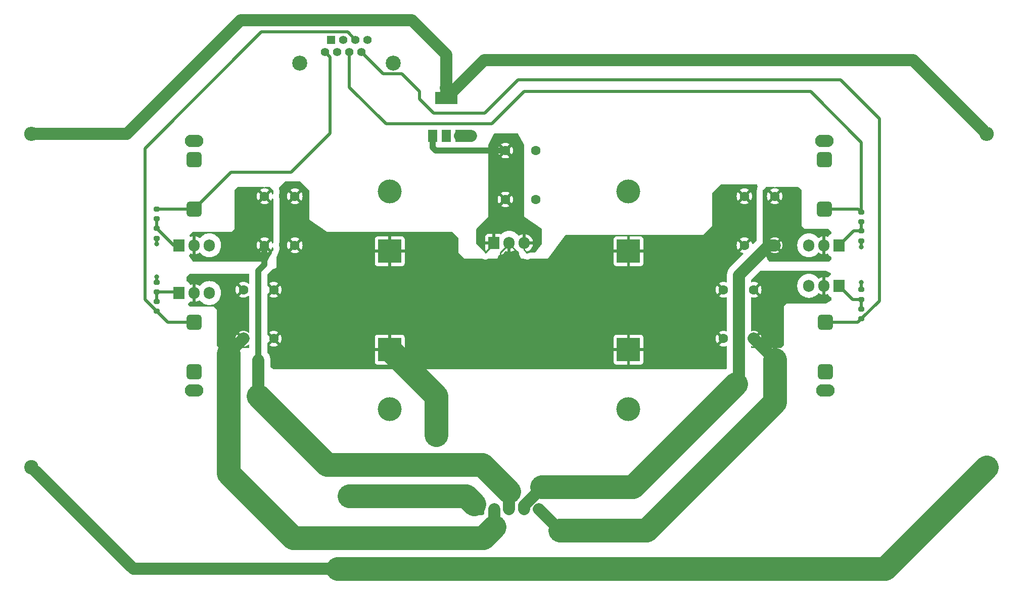
<source format=gbr>
%TF.GenerationSoftware,KiCad,Pcbnew,7.0.7-7.0.7~ubuntu20.04.1*%
%TF.CreationDate,2023-09-07T15:22:02-07:00*%
%TF.ProjectId,strobe-controller,7374726f-6265-42d6-936f-6e74726f6c6c,rev?*%
%TF.SameCoordinates,Original*%
%TF.FileFunction,Copper,L1,Top*%
%TF.FilePolarity,Positive*%
%FSLAX46Y46*%
G04 Gerber Fmt 4.6, Leading zero omitted, Abs format (unit mm)*
G04 Created by KiCad (PCBNEW 7.0.7-7.0.7~ubuntu20.04.1) date 2023-09-07 15:22:02*
%MOMM*%
%LPD*%
G01*
G04 APERTURE LIST*
G04 Aperture macros list*
%AMRoundRect*
0 Rectangle with rounded corners*
0 $1 Rounding radius*
0 $2 $3 $4 $5 $6 $7 $8 $9 X,Y pos of 4 corners*
0 Add a 4 corners polygon primitive as box body*
4,1,4,$2,$3,$4,$5,$6,$7,$8,$9,$2,$3,0*
0 Add four circle primitives for the rounded corners*
1,1,$1+$1,$2,$3*
1,1,$1+$1,$4,$5*
1,1,$1+$1,$6,$7*
1,1,$1+$1,$8,$9*
0 Add four rect primitives between the rounded corners*
20,1,$1+$1,$2,$3,$4,$5,0*
20,1,$1+$1,$4,$5,$6,$7,0*
20,1,$1+$1,$6,$7,$8,$9,0*
20,1,$1+$1,$8,$9,$2,$3,0*%
G04 Aperture macros list end*
%TA.AperFunction,ComponentPad*%
%ADD10C,1.600200*%
%TD*%
%TA.AperFunction,SMDPad,CuDef*%
%ADD11RoundRect,0.200000X0.275000X-0.200000X0.275000X0.200000X-0.275000X0.200000X-0.275000X-0.200000X0*%
%TD*%
%TA.AperFunction,SMDPad,CuDef*%
%ADD12RoundRect,0.200000X-0.275000X0.200000X-0.275000X-0.200000X0.275000X-0.200000X0.275000X0.200000X0*%
%TD*%
%TA.AperFunction,ComponentPad*%
%ADD13R,1.905000X2.000000*%
%TD*%
%TA.AperFunction,ComponentPad*%
%ADD14O,1.905000X2.000000*%
%TD*%
%TA.AperFunction,ComponentPad*%
%ADD15O,3.100000X2.100000*%
%TD*%
%TA.AperFunction,ComponentPad*%
%ADD16RoundRect,0.650000X0.650000X0.650000X-0.650000X0.650000X-0.650000X-0.650000X0.650000X-0.650000X0*%
%TD*%
%TA.AperFunction,ComponentPad*%
%ADD17RoundRect,0.650000X-0.650000X-0.650000X0.650000X-0.650000X0.650000X0.650000X-0.650000X0.650000X0*%
%TD*%
%TA.AperFunction,ComponentPad*%
%ADD18R,4.000000X4.000000*%
%TD*%
%TA.AperFunction,ComponentPad*%
%ADD19C,4.000000*%
%TD*%
%TA.AperFunction,ComponentPad*%
%ADD20C,2.400000*%
%TD*%
%TA.AperFunction,ComponentPad*%
%ADD21O,2.400000X2.400000*%
%TD*%
%TA.AperFunction,SMDPad,CuDef*%
%ADD22R,1.500000X2.000000*%
%TD*%
%TA.AperFunction,SMDPad,CuDef*%
%ADD23R,3.800000X2.000000*%
%TD*%
%TA.AperFunction,ComponentPad*%
%ADD24RoundRect,0.250000X-0.600000X-0.725000X0.600000X-0.725000X0.600000X0.725000X-0.600000X0.725000X0*%
%TD*%
%TA.AperFunction,ComponentPad*%
%ADD25O,1.700000X1.950000*%
%TD*%
%TA.AperFunction,ComponentPad*%
%ADD26C,2.520000*%
%TD*%
%TA.AperFunction,ComponentPad*%
%ADD27R,1.398000X1.398000*%
%TD*%
%TA.AperFunction,ComponentPad*%
%ADD28C,1.398000*%
%TD*%
%TA.AperFunction,ViaPad*%
%ADD29C,0.800000*%
%TD*%
%TA.AperFunction,Conductor*%
%ADD30C,0.500000*%
%TD*%
%TA.AperFunction,Conductor*%
%ADD31C,2.000000*%
%TD*%
%TA.AperFunction,Conductor*%
%ADD32C,4.000000*%
%TD*%
%TA.AperFunction,Conductor*%
%ADD33C,1.000000*%
%TD*%
%TA.AperFunction,Conductor*%
%ADD34C,0.250000*%
%TD*%
G04 APERTURE END LIST*
D10*
%TO.P,J105,2,Pin_2*%
%TO.N,VDC*%
X60580000Y-106404200D03*
X60580000Y-98200000D03*
%TO.P,J105,1,Pin_1*%
%TO.N,drain_G*%
X55500000Y-106404200D03*
X55500000Y-98200000D03*
%TD*%
%TO.P,J104,2,Pin_2*%
%TO.N,drain_R*%
X59020000Y-82545800D03*
X59020000Y-90750000D03*
%TO.P,J104,1,Pin_1*%
%TO.N,VDC*%
X64100000Y-82545800D03*
X64100000Y-90750000D03*
%TD*%
%TO.P,J103,1,Pin_1*%
%TO.N,VDC*%
X135900000Y-98200000D03*
X135900000Y-106404200D03*
%TO.P,J103,2,Pin_2*%
%TO.N,drain_W*%
X140980000Y-98200000D03*
X140980000Y-106404200D03*
%TD*%
%TO.P,J102,1,Pin_1*%
%TO.N,drain_B*%
X144500000Y-90750000D03*
X144500000Y-82545800D03*
%TO.P,J102,2,Pin_2*%
%TO.N,VDC*%
X139420000Y-90750000D03*
X139420000Y-82545800D03*
%TD*%
D11*
%TO.P,R502,2*%
%TO.N,Net-(Q501-G)*%
X41000000Y-87925000D03*
%TO.P,R502,1*%
%TO.N,GND*%
X41000000Y-89575000D03*
%TD*%
D12*
%TO.P,R501,1*%
%TO.N,LED_R*%
X41000000Y-84675000D03*
%TO.P,R501,2*%
%TO.N,Net-(Q501-G)*%
X41000000Y-86325000D03*
%TD*%
%TO.P,R402,1*%
%TO.N,GND*%
X41000000Y-96925000D03*
%TO.P,R402,2*%
%TO.N,Net-(Q401-G)*%
X41000000Y-98575000D03*
%TD*%
D11*
%TO.P,R401,1*%
%TO.N,LED_G*%
X41000000Y-101825000D03*
%TO.P,R401,2*%
%TO.N,Net-(Q401-G)*%
X41000000Y-100175000D03*
%TD*%
D12*
%TO.P,R302,1*%
%TO.N,GND*%
X159000000Y-98175000D03*
%TO.P,R302,2*%
%TO.N,Net-(Q301-G)*%
X159000000Y-99825000D03*
%TD*%
D11*
%TO.P,R301,1*%
%TO.N,LED_W*%
X159000000Y-103075000D03*
%TO.P,R301,2*%
%TO.N,Net-(Q301-G)*%
X159000000Y-101425000D03*
%TD*%
D13*
%TO.P,Q501,1,G*%
%TO.N,Net-(Q501-G)*%
X44700000Y-90750000D03*
D14*
%TO.P,Q501,2,D*%
%TO.N,drain_R*%
X47240000Y-90750000D03*
%TO.P,Q501,3,S*%
%TO.N,GND*%
X49780000Y-90750000D03*
%TD*%
D13*
%TO.P,Q401,1,G*%
%TO.N,Net-(Q401-G)*%
X44700000Y-98750000D03*
D14*
%TO.P,Q401,2,D*%
%TO.N,drain_G*%
X47240000Y-98750000D03*
%TO.P,Q401,3,S*%
%TO.N,GND*%
X49780000Y-98750000D03*
%TD*%
D13*
%TO.P,Q301,1,G*%
%TO.N,Net-(Q301-G)*%
X155300000Y-97550000D03*
D14*
%TO.P,Q301,2,D*%
%TO.N,drain_W*%
X152760000Y-97550000D03*
%TO.P,Q301,3,S*%
%TO.N,GND*%
X150220000Y-97550000D03*
%TD*%
D15*
%TO.P,J502,S*%
%TO.N,GND*%
X47200000Y-73270000D03*
D16*
%TO.P,J502,T*%
%TO.N,LED_R*%
X47200000Y-84670000D03*
%TO.P,J502,TN*%
%TO.N,unconnected-(J502-PadTN)*%
X47200000Y-76370000D03*
%TD*%
D15*
%TO.P,J402,S*%
%TO.N,GND*%
X47200000Y-115080000D03*
D17*
%TO.P,J402,T*%
%TO.N,LED_G*%
X47200000Y-103680000D03*
%TO.P,J402,TN*%
%TO.N,unconnected-(J402-PadTN)*%
X47200000Y-111980000D03*
%TD*%
D15*
%TO.P,J302,S*%
%TO.N,GND*%
X153000000Y-115080000D03*
D17*
%TO.P,J302,T*%
%TO.N,LED_W*%
X153000000Y-103680000D03*
%TO.P,J302,TN*%
%TO.N,unconnected-(J302-PadTN)*%
X153000000Y-111980000D03*
%TD*%
D18*
%TO.P,C501,1*%
%TO.N,VDC*%
X80000000Y-91750000D03*
D19*
%TO.P,C501,2*%
%TO.N,GND*%
X80000000Y-81750000D03*
%TD*%
%TO.P,C401,2*%
%TO.N,GND*%
X80000000Y-118250000D03*
D18*
%TO.P,C401,1*%
%TO.N,VDC*%
X80000000Y-108250000D03*
%TD*%
D19*
%TO.P,C301,2*%
%TO.N,GND*%
X120000000Y-118250000D03*
D18*
%TO.P,C301,1*%
%TO.N,VDC*%
X120000000Y-108250000D03*
%TD*%
D11*
%TO.P,R202,1*%
%TO.N,GND*%
X159000000Y-90000000D03*
%TO.P,R202,2*%
%TO.N,Net-(Q201-G)*%
X159000000Y-88350000D03*
%TD*%
D12*
%TO.P,R201,1*%
%TO.N,LED_B*%
X159000000Y-85175000D03*
%TO.P,R201,2*%
%TO.N,Net-(Q201-G)*%
X159000000Y-86825000D03*
%TD*%
D13*
%TO.P,Q201,1,G*%
%TO.N,Net-(Q201-G)*%
X155300000Y-90750000D03*
D14*
%TO.P,Q201,2,D*%
%TO.N,drain_B*%
X152760000Y-90750000D03*
%TO.P,Q201,3,S*%
%TO.N,GND*%
X150220000Y-90750000D03*
%TD*%
D15*
%TO.P,J202,S*%
%TO.N,GND*%
X152800000Y-73270000D03*
D16*
%TO.P,J202,T*%
%TO.N,LED_B*%
X152800000Y-84670000D03*
%TO.P,J202,TN*%
%TO.N,unconnected-(J202-PadTN)*%
X152800000Y-76370000D03*
%TD*%
D18*
%TO.P,C201,1*%
%TO.N,VDC*%
X120000000Y-91750000D03*
D19*
%TO.P,C201,2*%
%TO.N,GND*%
X120000000Y-81750000D03*
%TD*%
D20*
%TO.P,R110,1*%
%TO.N,VDC*%
X20000000Y-127940000D03*
D21*
%TO.P,R110,2*%
%TO.N,Drain_shunt*%
X20000000Y-72060000D03*
%TD*%
%TO.P,R109,2*%
%TO.N,Drain_shunt*%
X180000000Y-72060000D03*
D20*
%TO.P,R109,1*%
%TO.N,VDC*%
X180000000Y-127940000D03*
%TD*%
D22*
%TO.P,Q105,1,G*%
%TO.N,Vin*%
X87200000Y-72400000D03*
D23*
%TO.P,Q105,2,D*%
%TO.N,Drain_shunt*%
X89500000Y-66100000D03*
D22*
X89500000Y-72400000D03*
%TO.P,Q105,3,S*%
%TO.N,GND*%
X91800000Y-72400000D03*
%TD*%
D24*
%TO.P,D101,1,+V*%
%TO.N,VDC*%
X95000000Y-135000000D03*
D25*
%TO.P,D101,2,GK*%
%TO.N,drain_G*%
X97500000Y-135000000D03*
%TO.P,D101,3,RK*%
%TO.N,drain_R*%
X100000000Y-135000000D03*
%TO.P,D101,4,BK*%
%TO.N,drain_B*%
X102500000Y-135000000D03*
%TO.P,D101,5,WK*%
%TO.N,drain_W*%
X105000000Y-135000000D03*
%TD*%
D26*
%TO.P,CO101,S*%
%TO.N,unconnected-(CO101-PadS)*%
X80600000Y-60225340D03*
X64900000Y-60225340D03*
D27*
%TO.P,CO101,Or\u002A*%
%TO.N,GND*%
X70215000Y-56335340D03*
D28*
%TO.P,CO101,Or*%
%TO.N,LED_R*%
X69195000Y-58365340D03*
%TO.P,CO101,Gr\u002A*%
%TO.N,GND*%
X71225000Y-58365340D03*
%TO.P,CO101,Gr*%
%TO.N,LED_G*%
X74275000Y-56335340D03*
%TO.P,CO101,Br\u002A*%
%TO.N,GND*%
X76305000Y-56335340D03*
%TO.P,CO101,Br*%
%TO.N,LED_W*%
X75285000Y-58365340D03*
%TO.P,CO101,Bl\u002A*%
%TO.N,GND*%
X72245000Y-56335340D03*
%TO.P,CO101,Bl*%
%TO.N,LED_B*%
X73255000Y-58365340D03*
%TD*%
D10*
%TO.P,J101,2,Pin_2*%
%TO.N,Vin*%
X99379200Y-74874500D03*
X99379200Y-83078700D03*
%TO.P,J101,1,Pin_1*%
%TO.N,GND*%
X104459200Y-74874500D03*
X104459200Y-83078700D03*
%TD*%
D14*
%TO.P,D103,3,A*%
%TO.N,Vin*%
X102540000Y-90355000D03*
%TO.P,D103,2,K*%
%TO.N,VDC*%
X100000000Y-90355000D03*
D13*
%TO.P,D103,1,A*%
%TO.N,Vin*%
X97460000Y-90355000D03*
%TD*%
D29*
%TO.N,GND*%
X93600000Y-72400000D03*
%TO.N,Drain_shunt*%
X89600000Y-72800000D03*
X89400000Y-64400000D03*
%TO.N,VDC*%
X87750000Y-122500000D03*
X87750000Y-132750000D03*
X73250000Y-132750000D03*
X73250000Y-145000000D03*
%TO.N,GND*%
X159000000Y-91000000D03*
X159000000Y-97000000D03*
X41000000Y-96000000D03*
X41000000Y-90500000D03*
%TD*%
D30*
%TO.N,LED_B*%
X159000000Y-85175000D02*
X159000000Y-73500000D01*
X79400000Y-70400000D02*
X73255000Y-64255000D01*
X159000000Y-73500000D02*
X150500000Y-65000000D01*
X150500000Y-65000000D02*
X102500000Y-65000000D01*
X102500000Y-65000000D02*
X97100000Y-70400000D01*
X73255000Y-64255000D02*
X73255000Y-58365340D01*
X97100000Y-70400000D02*
X79400000Y-70400000D01*
%TO.N,LED_W*%
X75285000Y-58365340D02*
X78919660Y-62000000D01*
X162000000Y-100075000D02*
X159000000Y-103075000D01*
X78919660Y-62000000D02*
X82000000Y-62000000D01*
X162000000Y-69500000D02*
X162000000Y-100075000D01*
X82000000Y-62000000D02*
X85000000Y-65000000D01*
X85000000Y-65000000D02*
X85000000Y-66200000D01*
X87400000Y-68600000D02*
X95900000Y-68600000D01*
X85000000Y-66200000D02*
X87400000Y-68600000D01*
X95900000Y-68600000D02*
X101500000Y-63000000D01*
X101500000Y-63000000D02*
X155500000Y-63000000D01*
X155500000Y-63000000D02*
X162000000Y-69500000D01*
D31*
%TO.N,GND*%
X91800000Y-72400000D02*
X93600000Y-72400000D01*
%TO.N,Drain_shunt*%
X89500000Y-64300000D02*
X89500000Y-58750000D01*
X89400000Y-64400000D02*
X89500000Y-64300000D01*
X89500000Y-64500000D02*
X89400000Y-64400000D01*
X89500000Y-66100000D02*
X89500000Y-64500000D01*
X89500000Y-58750000D02*
X83750000Y-53000000D01*
X83750000Y-53000000D02*
X55000000Y-53000000D01*
X55000000Y-53000000D02*
X35940000Y-72060000D01*
X35940000Y-72060000D02*
X20000000Y-72060000D01*
D30*
%TO.N,LED_G*%
X74275000Y-56335340D02*
X72939660Y-55000000D01*
X72939660Y-55000000D02*
X58500000Y-55000000D01*
X58500000Y-55000000D02*
X39000000Y-74500000D01*
X39000000Y-74500000D02*
X39000000Y-99825000D01*
X39000000Y-99825000D02*
X41000000Y-101825000D01*
D31*
%TO.N,VDC*%
X37060000Y-145000000D02*
X71250000Y-145000000D01*
X71250000Y-145000000D02*
X73250000Y-145000000D01*
D32*
X180000000Y-127940000D02*
X162940000Y-145000000D01*
X162940000Y-145000000D02*
X71250000Y-145000000D01*
D31*
%TO.N,drain_B*%
X138000000Y-114000000D02*
X138500000Y-113500000D01*
X138500000Y-113500000D02*
X138500000Y-95750000D01*
X138500000Y-95750000D02*
X143500000Y-90750000D01*
X143500000Y-90750000D02*
X144500000Y-90750000D01*
D32*
X105500000Y-131250000D02*
X120750000Y-131250000D01*
X120750000Y-131250000D02*
X138000000Y-114000000D01*
D31*
X102500000Y-135000000D02*
X102500000Y-134388730D01*
X102500000Y-134388730D02*
X105500000Y-131388730D01*
X105500000Y-131388730D02*
X105500000Y-131250000D01*
D32*
%TO.N,VDC*%
X87750000Y-132750000D02*
X92750000Y-132750000D01*
X92750000Y-132750000D02*
X94150000Y-134150000D01*
X73250000Y-132750000D02*
X87750000Y-132750000D01*
X87750000Y-122500000D02*
X87750000Y-116000000D01*
X87750000Y-116000000D02*
X80000000Y-108250000D01*
D31*
X20000000Y-127940000D02*
X37060000Y-145000000D01*
%TO.N,Drain_shunt*%
X89500000Y-66100000D02*
X95850000Y-59750000D01*
X95850000Y-59750000D02*
X167690000Y-59750000D01*
X167690000Y-59750000D02*
X180000000Y-72060000D01*
D33*
%TO.N,Vin*%
X99379200Y-74874500D02*
X87674500Y-74874500D01*
X87674500Y-74874500D02*
X87200000Y-74400000D01*
X87200000Y-74400000D02*
X87200000Y-72400000D01*
D32*
%TO.N,drain_W*%
X108500000Y-138500000D02*
X123000000Y-138500000D01*
X123000000Y-138500000D02*
X144500000Y-117000000D01*
D31*
X144500000Y-109924200D02*
X140980000Y-106404200D01*
D32*
X144500000Y-117000000D02*
X144500000Y-109924200D01*
%TO.N,drain_R*%
X95475000Y-127500000D02*
X69500000Y-127500000D01*
X69500000Y-127500000D02*
X58000000Y-116000000D01*
%TO.N,drain_G*%
X97500000Y-137975000D02*
X95625000Y-139850000D01*
X95625000Y-139850000D02*
X63850000Y-139850000D01*
X63850000Y-139850000D02*
X53000000Y-129000000D01*
X53000000Y-129000000D02*
X53000000Y-108904200D01*
D31*
X55500000Y-106404200D02*
X53000000Y-108904200D01*
X97500000Y-137975000D02*
X97500000Y-135000000D01*
D32*
%TO.N,drain_R*%
X100000000Y-132025000D02*
X95475000Y-127500000D01*
D31*
X100000000Y-135000000D02*
X100000000Y-132025000D01*
D33*
X58000000Y-95000000D02*
X58000000Y-110000000D01*
X58000000Y-110000000D02*
X58000000Y-114500000D01*
D31*
X58000000Y-116000000D02*
X58000000Y-110000000D01*
D30*
%TO.N,LED_R*%
X47200000Y-84670000D02*
X53370000Y-78500000D01*
X53370000Y-78500000D02*
X63500000Y-78500000D01*
X70000000Y-59170340D02*
X69195000Y-58365340D01*
X63500000Y-78500000D02*
X70000000Y-72000000D01*
X70000000Y-72000000D02*
X70000000Y-59170340D01*
D33*
%TO.N,drain_R*%
X59020000Y-90750000D02*
X59020000Y-93980000D01*
X59020000Y-93980000D02*
X58000000Y-95000000D01*
D31*
%TO.N,drain_W*%
X105000000Y-135000000D02*
X108500000Y-138500000D01*
D30*
%TO.N,GND*%
X159000000Y-90000000D02*
X159000000Y-91000000D01*
X159000000Y-98175000D02*
X159000000Y-97000000D01*
%TO.N,Net-(Q301-G)*%
X159000000Y-101425000D02*
X159000000Y-99825000D01*
X157575000Y-99825000D02*
X155300000Y-97550000D01*
X159000000Y-99825000D02*
X157575000Y-99825000D01*
%TO.N,LED_W*%
X153000000Y-103680000D02*
X158395000Y-103680000D01*
X158395000Y-103680000D02*
X159000000Y-103075000D01*
%TO.N,Net-(Q201-G)*%
X159000000Y-88350000D02*
X157700000Y-88350000D01*
X157700000Y-88350000D02*
X155300000Y-90750000D01*
X159000000Y-86825000D02*
X159000000Y-88350000D01*
%TO.N,LED_B*%
X152800000Y-84670000D02*
X158495000Y-84670000D01*
X158495000Y-84670000D02*
X159000000Y-85175000D01*
%TO.N,GND*%
X41000000Y-96925000D02*
X41000000Y-96000000D01*
X41000000Y-89575000D02*
X41000000Y-90500000D01*
%TO.N,Net-(Q401-G)*%
X41000000Y-98575000D02*
X44525000Y-98575000D01*
X41000000Y-100175000D02*
X41000000Y-98575000D01*
%TO.N,LED_G*%
X47200000Y-103680000D02*
X42855000Y-103680000D01*
X42855000Y-103680000D02*
X41000000Y-101825000D01*
%TO.N,Net-(Q501-G)*%
X44700000Y-90750000D02*
X43825000Y-90750000D01*
X43825000Y-90750000D02*
X41000000Y-87925000D01*
X41000000Y-86325000D02*
X41000000Y-87925000D01*
%TO.N,LED_R*%
X47200000Y-84670000D02*
X41005000Y-84670000D01*
D34*
%TO.N,VDC*%
X101500000Y-92000000D02*
X101500000Y-92500000D01*
X100000000Y-90500000D02*
X101500000Y-92000000D01*
X98500000Y-92000000D02*
X98500000Y-92500000D01*
X100000000Y-90500000D02*
X98500000Y-92000000D01*
%TO.N,Vin*%
X102540000Y-91540000D02*
X103000000Y-92000000D01*
X102540000Y-90355000D02*
X102540000Y-91540000D01*
X97460000Y-90540000D02*
X96000000Y-92000000D01*
%TD*%
%TA.AperFunction,Conductor*%
%TO.N,Vin*%
G36*
X101490403Y-72019685D02*
G01*
X101534273Y-72068546D01*
X102397701Y-73795401D01*
X102486909Y-73973818D01*
X102500000Y-74029272D01*
X102500000Y-86000000D01*
X105444784Y-87963189D01*
X105489644Y-88016753D01*
X105500000Y-88066362D01*
X105500000Y-90458666D01*
X105480315Y-90525705D01*
X105475200Y-90533066D01*
X104416325Y-91944900D01*
X104360354Y-91986721D01*
X104317125Y-91994500D01*
X103545780Y-91994500D01*
X103522242Y-91994775D01*
X103320388Y-92020088D01*
X103320368Y-92020091D01*
X103295548Y-92025801D01*
X103266199Y-92032552D01*
X103252894Y-92035776D01*
X103243312Y-92038099D01*
X103243304Y-92038101D01*
X103052251Y-92108027D01*
X103049355Y-92109257D01*
X103048862Y-92108097D01*
X102984906Y-92118817D01*
X102961936Y-92113814D01*
X102933673Y-92104779D01*
X102820483Y-92063305D01*
X102764309Y-92021758D01*
X102739514Y-91956435D01*
X102753971Y-91888078D01*
X102803091Y-91838388D01*
X102842737Y-91824566D01*
X102897791Y-91815379D01*
X103125454Y-91737221D01*
X103125468Y-91737215D01*
X103337159Y-91622655D01*
X103337168Y-91622649D01*
X103527116Y-91474806D01*
X103527126Y-91474797D01*
X103690148Y-91297710D01*
X103690156Y-91297699D01*
X103821813Y-91096184D01*
X103918508Y-90875740D01*
X103977599Y-90642395D01*
X103977599Y-90642394D01*
X103980697Y-90605000D01*
X103206956Y-90605000D01*
X103139917Y-90585315D01*
X103094162Y-90532511D01*
X103083245Y-90472537D01*
X103085107Y-90445319D01*
X103093877Y-90317114D01*
X103080809Y-90254227D01*
X103086443Y-90184586D01*
X103128834Y-90129045D01*
X103194523Y-90105239D01*
X103202216Y-90105000D01*
X103980697Y-90105000D01*
X103977599Y-90067605D01*
X103977599Y-90067604D01*
X103918508Y-89834259D01*
X103821813Y-89613815D01*
X103690156Y-89412300D01*
X103690148Y-89412289D01*
X103527126Y-89235202D01*
X103527116Y-89235193D01*
X103337168Y-89087350D01*
X103337159Y-89087344D01*
X103125468Y-88972784D01*
X103125454Y-88972778D01*
X102897791Y-88894619D01*
X102790000Y-88876633D01*
X102790000Y-89690347D01*
X102770315Y-89757386D01*
X102717511Y-89803141D01*
X102648353Y-89813085D01*
X102632547Y-89809749D01*
X102615598Y-89805000D01*
X102615596Y-89805000D01*
X102502378Y-89805000D01*
X102502376Y-89805000D01*
X102430884Y-89814826D01*
X102361789Y-89804453D01*
X102309270Y-89758371D01*
X102290000Y-89691981D01*
X102290000Y-88876633D01*
X102289999Y-88876633D01*
X102182208Y-88894619D01*
X101954545Y-88972778D01*
X101954531Y-88972784D01*
X101742837Y-89087346D01*
X101742828Y-89087352D01*
X101705663Y-89116278D01*
X101640669Y-89141919D01*
X101572129Y-89128351D01*
X101530238Y-89092736D01*
X101479749Y-89025290D01*
X101479747Y-89025288D01*
X101479739Y-89025279D01*
X101282220Y-88827760D01*
X101282202Y-88827744D01*
X101058571Y-88660336D01*
X101058563Y-88660331D01*
X100813383Y-88526453D01*
X100813384Y-88526453D01*
X100762414Y-88507442D01*
X100551629Y-88428823D01*
X100551622Y-88428821D01*
X100551621Y-88428821D01*
X100278661Y-88369442D01*
X100278647Y-88369440D01*
X100000001Y-88349511D01*
X99999999Y-88349511D01*
X99721352Y-88369440D01*
X99721338Y-88369442D01*
X99448378Y-88428821D01*
X99448374Y-88428822D01*
X99448371Y-88428823D01*
X99317496Y-88477636D01*
X99186615Y-88526453D01*
X98941436Y-88660331D01*
X98941428Y-88660336D01*
X98717801Y-88827741D01*
X98717782Y-88827758D01*
X98695863Y-88849677D01*
X98634540Y-88883161D01*
X98564851Y-88878176D01*
X98519877Y-88861402D01*
X98460344Y-88855000D01*
X97710000Y-88855000D01*
X97710000Y-89690347D01*
X97690315Y-89757386D01*
X97637511Y-89803141D01*
X97568353Y-89813085D01*
X97552547Y-89809749D01*
X97535598Y-89805000D01*
X97535596Y-89805000D01*
X97422378Y-89805000D01*
X97422376Y-89805000D01*
X97350884Y-89814826D01*
X97281789Y-89804453D01*
X97229270Y-89758371D01*
X97210000Y-89691981D01*
X97210000Y-88855000D01*
X96459655Y-88855000D01*
X96400127Y-88861401D01*
X96400120Y-88861403D01*
X96265413Y-88911645D01*
X96265406Y-88911649D01*
X96150312Y-88997809D01*
X96150309Y-88997812D01*
X96064149Y-89112906D01*
X96064145Y-89112913D01*
X96013903Y-89247620D01*
X96013901Y-89247627D01*
X96007500Y-89307155D01*
X96007500Y-90105000D01*
X96793044Y-90105000D01*
X96860083Y-90124685D01*
X96905838Y-90177489D01*
X96916755Y-90237463D01*
X96916441Y-90242045D01*
X96916441Y-90242047D01*
X96906123Y-90392886D01*
X96917019Y-90445319D01*
X96919191Y-90455772D01*
X96913557Y-90525414D01*
X96871166Y-90580955D01*
X96805477Y-90604761D01*
X96797784Y-90605000D01*
X96007500Y-90605000D01*
X96007500Y-91402844D01*
X96013901Y-91462372D01*
X96013903Y-91462379D01*
X96064145Y-91597086D01*
X96064149Y-91597093D01*
X96150309Y-91712187D01*
X96150312Y-91712190D01*
X96265406Y-91798350D01*
X96265415Y-91798355D01*
X96271935Y-91800787D01*
X96327869Y-91842658D01*
X96352287Y-91908122D01*
X96337436Y-91976395D01*
X96288031Y-92025801D01*
X96265655Y-92035304D01*
X96161877Y-92067798D01*
X96092018Y-92069044D01*
X96037144Y-92037144D01*
X94536319Y-90536318D01*
X94502834Y-90474995D01*
X94500000Y-90448637D01*
X94500000Y-88051361D01*
X94519685Y-87984322D01*
X94536314Y-87963685D01*
X96500000Y-86000000D01*
X96500000Y-83078700D01*
X98074134Y-83078700D01*
X98093960Y-83305317D01*
X98093962Y-83305327D01*
X98152836Y-83525051D01*
X98152840Y-83525060D01*
X98248982Y-83731236D01*
X98300101Y-83804243D01*
X98300102Y-83804244D01*
X98733575Y-83370770D01*
X98794898Y-83337285D01*
X98864589Y-83342269D01*
X98920523Y-83384140D01*
X98924123Y-83389879D01*
X98928857Y-83396586D01*
X99031321Y-83506297D01*
X99066736Y-83527833D01*
X99113788Y-83579484D01*
X99125446Y-83648374D01*
X99098009Y-83712631D01*
X99089989Y-83721462D01*
X98653654Y-84157796D01*
X98726666Y-84208919D01*
X98726668Y-84208920D01*
X98932839Y-84305059D01*
X98932848Y-84305063D01*
X99152572Y-84363937D01*
X99152582Y-84363939D01*
X99379199Y-84383766D01*
X99379201Y-84383766D01*
X99605817Y-84363939D01*
X99605827Y-84363937D01*
X99825551Y-84305063D01*
X99825560Y-84305059D01*
X100031730Y-84208921D01*
X100104744Y-84157796D01*
X99669593Y-83722646D01*
X99636108Y-83661323D01*
X99641092Y-83591632D01*
X99679017Y-83538778D01*
X99782062Y-83454946D01*
X99832454Y-83383555D01*
X99887194Y-83340140D01*
X99956719Y-83333211D01*
X100018954Y-83364969D01*
X100021438Y-83367385D01*
X100458296Y-83804244D01*
X100509421Y-83731230D01*
X100605559Y-83525060D01*
X100605563Y-83525051D01*
X100664437Y-83305327D01*
X100664439Y-83305317D01*
X100684266Y-83078700D01*
X100684266Y-83078699D01*
X100664439Y-82852082D01*
X100664437Y-82852072D01*
X100605563Y-82632348D01*
X100605559Y-82632339D01*
X100509420Y-82426168D01*
X100509419Y-82426166D01*
X100458296Y-82353155D01*
X100458296Y-82353154D01*
X100024824Y-82786627D01*
X99963501Y-82820112D01*
X99893809Y-82815128D01*
X99837876Y-82773256D01*
X99834281Y-82767527D01*
X99829542Y-82760813D01*
X99727078Y-82651102D01*
X99691660Y-82629564D01*
X99644609Y-82577912D01*
X99632952Y-82509022D01*
X99660390Y-82444765D01*
X99668409Y-82435936D01*
X100104744Y-81999602D01*
X100104743Y-81999601D01*
X100031736Y-81948482D01*
X99825560Y-81852340D01*
X99825551Y-81852336D01*
X99605827Y-81793462D01*
X99605817Y-81793460D01*
X99379201Y-81773634D01*
X99379199Y-81773634D01*
X99152582Y-81793460D01*
X99152572Y-81793462D01*
X98932848Y-81852336D01*
X98932839Y-81852340D01*
X98726664Y-81948481D01*
X98653654Y-81999601D01*
X99088806Y-82434753D01*
X99122291Y-82496076D01*
X99117307Y-82565768D01*
X99079381Y-82618621D01*
X98976339Y-82702452D01*
X98976335Y-82702457D01*
X98925946Y-82773842D01*
X98871203Y-82817259D01*
X98801678Y-82824188D01*
X98739444Y-82792429D01*
X98736961Y-82790014D01*
X98300101Y-82353154D01*
X98248981Y-82426164D01*
X98152840Y-82632339D01*
X98152836Y-82632348D01*
X98093962Y-82852072D01*
X98093960Y-82852082D01*
X98074134Y-83078699D01*
X98074134Y-83078700D01*
X96500000Y-83078700D01*
X96500000Y-74874500D01*
X98074134Y-74874500D01*
X98093960Y-75101117D01*
X98093962Y-75101127D01*
X98152836Y-75320851D01*
X98152840Y-75320860D01*
X98248982Y-75527036D01*
X98300101Y-75600043D01*
X98300102Y-75600044D01*
X98733575Y-75166570D01*
X98794898Y-75133085D01*
X98864589Y-75138069D01*
X98920523Y-75179940D01*
X98924123Y-75185679D01*
X98928857Y-75192386D01*
X99031321Y-75302097D01*
X99066736Y-75323633D01*
X99113788Y-75375284D01*
X99125446Y-75444174D01*
X99098009Y-75508431D01*
X99089989Y-75517262D01*
X98653654Y-75953596D01*
X98726666Y-76004719D01*
X98726668Y-76004720D01*
X98932839Y-76100859D01*
X98932848Y-76100863D01*
X99152572Y-76159737D01*
X99152582Y-76159739D01*
X99379199Y-76179566D01*
X99379201Y-76179566D01*
X99605817Y-76159739D01*
X99605827Y-76159737D01*
X99825551Y-76100863D01*
X99825560Y-76100859D01*
X100031730Y-76004721D01*
X100104744Y-75953596D01*
X99669593Y-75518446D01*
X99636108Y-75457123D01*
X99641092Y-75387432D01*
X99679017Y-75334578D01*
X99782062Y-75250746D01*
X99832454Y-75179355D01*
X99887194Y-75135940D01*
X99956719Y-75129011D01*
X100018954Y-75160769D01*
X100021438Y-75163185D01*
X100458296Y-75600044D01*
X100509421Y-75527030D01*
X100605559Y-75320860D01*
X100605563Y-75320851D01*
X100664437Y-75101127D01*
X100664439Y-75101117D01*
X100684266Y-74874500D01*
X100684266Y-74874499D01*
X100664439Y-74647882D01*
X100664437Y-74647872D01*
X100605563Y-74428148D01*
X100605559Y-74428139D01*
X100509420Y-74221968D01*
X100509419Y-74221966D01*
X100458296Y-74148955D01*
X100458296Y-74148954D01*
X100024824Y-74582427D01*
X99963501Y-74615912D01*
X99893809Y-74610928D01*
X99837876Y-74569056D01*
X99834281Y-74563327D01*
X99829542Y-74556613D01*
X99727078Y-74446902D01*
X99691660Y-74425364D01*
X99644609Y-74373712D01*
X99632952Y-74304822D01*
X99660390Y-74240565D01*
X99668409Y-74231736D01*
X100104744Y-73795402D01*
X100104743Y-73795401D01*
X100031736Y-73744282D01*
X99825560Y-73648140D01*
X99825551Y-73648136D01*
X99605827Y-73589262D01*
X99605817Y-73589260D01*
X99379201Y-73569434D01*
X99379199Y-73569434D01*
X99152582Y-73589260D01*
X99152572Y-73589262D01*
X98932848Y-73648136D01*
X98932839Y-73648140D01*
X98726664Y-73744281D01*
X98653654Y-73795401D01*
X99088806Y-74230553D01*
X99122291Y-74291876D01*
X99117307Y-74361568D01*
X99079381Y-74414421D01*
X98976339Y-74498252D01*
X98976335Y-74498257D01*
X98925946Y-74569642D01*
X98871203Y-74613059D01*
X98801678Y-74619988D01*
X98739444Y-74588229D01*
X98736961Y-74585814D01*
X98300101Y-74148954D01*
X98248981Y-74221964D01*
X98152840Y-74428139D01*
X98152836Y-74428148D01*
X98093962Y-74647872D01*
X98093960Y-74647882D01*
X98074134Y-74874499D01*
X98074134Y-74874500D01*
X96500000Y-74874500D01*
X96500000Y-74029271D01*
X96513091Y-73973818D01*
X96602300Y-73795401D01*
X97465727Y-72068545D01*
X97513314Y-72017387D01*
X97576636Y-72000000D01*
X101423364Y-72000000D01*
X101490403Y-72019685D01*
G37*
%TD.AperFunction*%
%TD*%
%TA.AperFunction,Conductor*%
%TO.N,VDC*%
G36*
X65015677Y-80019685D02*
G01*
X65036319Y-80036319D01*
X66463681Y-81463681D01*
X66497166Y-81525004D01*
X66500000Y-81551359D01*
X66500000Y-86500000D01*
X69500000Y-88500000D01*
X90448638Y-88500000D01*
X90515677Y-88519685D01*
X90536319Y-88536319D01*
X91463681Y-89463681D01*
X91497166Y-89525004D01*
X91500000Y-89551362D01*
X91500000Y-92000000D01*
X92500000Y-93000000D01*
X95443312Y-93000000D01*
X95499946Y-93015898D01*
X95500674Y-93014401D01*
X95505978Y-93016977D01*
X95505982Y-93016980D01*
X95707374Y-93092095D01*
X95919342Y-93127740D01*
X96134226Y-93122624D01*
X96299333Y-93086706D01*
X96344254Y-93076935D01*
X96344261Y-93076933D01*
X96484260Y-93016982D01*
X96500536Y-93010011D01*
X96549349Y-93000000D01*
X97999999Y-93000000D01*
X98000000Y-93000000D01*
X98287978Y-92424043D01*
X98335564Y-92372886D01*
X98398886Y-92355499D01*
X98470533Y-92355499D01*
X98470536Y-92355499D01*
X98589918Y-92344886D01*
X98785549Y-92288909D01*
X98965907Y-92194698D01*
X99123609Y-92066109D01*
X99252198Y-91908407D01*
X99303355Y-91810469D01*
X99351839Y-91760166D01*
X99419827Y-91744058D01*
X99453526Y-91750603D01*
X99642209Y-91815380D01*
X99750000Y-91833366D01*
X99750000Y-91019652D01*
X99769685Y-90952613D01*
X99822489Y-90906858D01*
X99891647Y-90896914D01*
X99907447Y-90900248D01*
X99924404Y-90905000D01*
X99924406Y-90905000D01*
X100037622Y-90905000D01*
X100109116Y-90895173D01*
X100178210Y-90905545D01*
X100230729Y-90951627D01*
X100250000Y-91018018D01*
X100250000Y-91833365D01*
X100357792Y-91815379D01*
X100585454Y-91737221D01*
X100585468Y-91737215D01*
X100797161Y-91622653D01*
X100797168Y-91622649D01*
X100834331Y-91593724D01*
X100899325Y-91568080D01*
X100967865Y-91581646D01*
X101009762Y-91617265D01*
X101015983Y-91625575D01*
X101060251Y-91684710D01*
X101060255Y-91684714D01*
X101060260Y-91684720D01*
X101257779Y-91882239D01*
X101257797Y-91882255D01*
X101442173Y-92020277D01*
X101481431Y-92049665D01*
X101507028Y-92063642D01*
X101556432Y-92113046D01*
X101558510Y-92117020D01*
X101999998Y-92999998D01*
X101999999Y-92999999D01*
X102000000Y-93000000D01*
X102000001Y-93000000D01*
X102451247Y-93000000D01*
X102510672Y-93015166D01*
X102554931Y-93039334D01*
X102617491Y-93059332D01*
X102759662Y-93104779D01*
X102759663Y-93104779D01*
X102759669Y-93104781D01*
X102973094Y-93130299D01*
X103187491Y-93114966D01*
X103395111Y-93059334D01*
X103491599Y-93012463D01*
X103545781Y-93000000D01*
X106500000Y-93000000D01*
X109462800Y-89049600D01*
X109518771Y-89007779D01*
X109562000Y-89000000D01*
X132500000Y-89000000D01*
X134000000Y-87500000D01*
X134000000Y-82545800D01*
X138114934Y-82545800D01*
X138134760Y-82772417D01*
X138134762Y-82772427D01*
X138193636Y-82992151D01*
X138193640Y-82992160D01*
X138289782Y-83198336D01*
X138340901Y-83271343D01*
X138340902Y-83271344D01*
X138774375Y-82837870D01*
X138835698Y-82804385D01*
X138905389Y-82809369D01*
X138961323Y-82851240D01*
X138964923Y-82856979D01*
X138969657Y-82863686D01*
X139072121Y-82973397D01*
X139107536Y-82994933D01*
X139154588Y-83046584D01*
X139166246Y-83115474D01*
X139138809Y-83179731D01*
X139130789Y-83188562D01*
X138694454Y-83624896D01*
X138767466Y-83676019D01*
X138767468Y-83676020D01*
X138973639Y-83772159D01*
X138973648Y-83772163D01*
X139193372Y-83831037D01*
X139193382Y-83831039D01*
X139419999Y-83850866D01*
X139420001Y-83850866D01*
X139646617Y-83831039D01*
X139646627Y-83831037D01*
X139866351Y-83772163D01*
X139866360Y-83772159D01*
X140072530Y-83676021D01*
X140145544Y-83624896D01*
X139710393Y-83189746D01*
X139676908Y-83128423D01*
X139681892Y-83058732D01*
X139719817Y-83005878D01*
X139822862Y-82922046D01*
X139873254Y-82850655D01*
X139927994Y-82807240D01*
X139997519Y-82800311D01*
X140059754Y-82832069D01*
X140062238Y-82834485D01*
X140499096Y-83271344D01*
X140550221Y-83198330D01*
X140646359Y-82992160D01*
X140646363Y-82992151D01*
X140705237Y-82772427D01*
X140705239Y-82772417D01*
X140725066Y-82545800D01*
X140725066Y-82545799D01*
X140705239Y-82319182D01*
X140705237Y-82319172D01*
X140646363Y-82099448D01*
X140646359Y-82099439D01*
X140550220Y-81893268D01*
X140550219Y-81893266D01*
X140499096Y-81820255D01*
X140499096Y-81820254D01*
X140065624Y-82253727D01*
X140004301Y-82287212D01*
X139934609Y-82282228D01*
X139878676Y-82240356D01*
X139875081Y-82234627D01*
X139870342Y-82227913D01*
X139767878Y-82118202D01*
X139732460Y-82096664D01*
X139685409Y-82045012D01*
X139673752Y-81976122D01*
X139701190Y-81911865D01*
X139709209Y-81903036D01*
X140145544Y-81466702D01*
X140145543Y-81466701D01*
X140072536Y-81415582D01*
X139866360Y-81319440D01*
X139866351Y-81319436D01*
X139646627Y-81260562D01*
X139646617Y-81260560D01*
X139420001Y-81240734D01*
X139419999Y-81240734D01*
X139193382Y-81260560D01*
X139193372Y-81260562D01*
X138973648Y-81319436D01*
X138973639Y-81319440D01*
X138767464Y-81415581D01*
X138694454Y-81466701D01*
X139129606Y-81901853D01*
X139163091Y-81963176D01*
X139158107Y-82032868D01*
X139120181Y-82085721D01*
X139017139Y-82169552D01*
X139017135Y-82169557D01*
X138966746Y-82240942D01*
X138912003Y-82284359D01*
X138842478Y-82291288D01*
X138780244Y-82259529D01*
X138777761Y-82257114D01*
X138340901Y-81820254D01*
X138289781Y-81893264D01*
X138193640Y-82099439D01*
X138193636Y-82099448D01*
X138134762Y-82319172D01*
X138134760Y-82319182D01*
X138114934Y-82545799D01*
X138114934Y-82545800D01*
X134000000Y-82545800D01*
X134000000Y-82051361D01*
X134019685Y-81984323D01*
X134036319Y-81963681D01*
X135463681Y-80536319D01*
X135525004Y-80502834D01*
X135551362Y-80500000D01*
X141410626Y-80500000D01*
X141477665Y-80519685D01*
X141523420Y-80572489D01*
X141528263Y-80584788D01*
X141638958Y-80916875D01*
X141641483Y-80986699D01*
X141633721Y-81006874D01*
X141633990Y-81006984D01*
X141554916Y-81201032D01*
X141554914Y-81201038D01*
X141535232Y-81268070D01*
X141515082Y-81348958D01*
X141494500Y-81551359D01*
X141494500Y-89875002D01*
X141474815Y-89942041D01*
X141458181Y-89962683D01*
X140897733Y-90523130D01*
X140836410Y-90556615D01*
X140766718Y-90551631D01*
X140710785Y-90509759D01*
X140690277Y-90467542D01*
X140646363Y-90303648D01*
X140646359Y-90303639D01*
X140550220Y-90097468D01*
X140550219Y-90097466D01*
X140499096Y-90024455D01*
X140499096Y-90024454D01*
X140065624Y-90457927D01*
X140004301Y-90491412D01*
X139934609Y-90486428D01*
X139878676Y-90444556D01*
X139875081Y-90438827D01*
X139870342Y-90432113D01*
X139767878Y-90322402D01*
X139732460Y-90300864D01*
X139685409Y-90249212D01*
X139673752Y-90180322D01*
X139701190Y-90116065D01*
X139709209Y-90107236D01*
X140145544Y-89670902D01*
X140145543Y-89670901D01*
X140072536Y-89619782D01*
X139866360Y-89523640D01*
X139866351Y-89523636D01*
X139646627Y-89464762D01*
X139646617Y-89464760D01*
X139420001Y-89444934D01*
X139419999Y-89444934D01*
X139193382Y-89464760D01*
X139193372Y-89464762D01*
X138973648Y-89523636D01*
X138973639Y-89523640D01*
X138767464Y-89619781D01*
X138694454Y-89670901D01*
X139129606Y-90106053D01*
X139163091Y-90167376D01*
X139158107Y-90237068D01*
X139120181Y-90289921D01*
X139017139Y-90373752D01*
X139017135Y-90373757D01*
X138966746Y-90445142D01*
X138912003Y-90488559D01*
X138842478Y-90495488D01*
X138780244Y-90463729D01*
X138777761Y-90461314D01*
X138340901Y-90024454D01*
X138289781Y-90097464D01*
X138193640Y-90303639D01*
X138193636Y-90303648D01*
X138134762Y-90523372D01*
X138134760Y-90523382D01*
X138114934Y-90749999D01*
X138114934Y-90750000D01*
X138134760Y-90976617D01*
X138134762Y-90976627D01*
X138193636Y-91196351D01*
X138193640Y-91196360D01*
X138289782Y-91402536D01*
X138340901Y-91475543D01*
X138340902Y-91475544D01*
X138774375Y-91042070D01*
X138835698Y-91008585D01*
X138905389Y-91013569D01*
X138961323Y-91055440D01*
X138964923Y-91061179D01*
X138969657Y-91067886D01*
X139072121Y-91177597D01*
X139072123Y-91177598D01*
X139095993Y-91192114D01*
X139107536Y-91199133D01*
X139154588Y-91250784D01*
X139166246Y-91319674D01*
X139138809Y-91383931D01*
X139130789Y-91392762D01*
X138694454Y-91829096D01*
X138767466Y-91880219D01*
X138767468Y-91880220D01*
X138973639Y-91976359D01*
X138973648Y-91976363D01*
X139137542Y-92020277D01*
X139197202Y-92056641D01*
X139227732Y-92119488D01*
X139219438Y-92188864D01*
X139193130Y-92227733D01*
X137128017Y-94292848D01*
X136984271Y-94436593D01*
X136984258Y-94436608D01*
X136942664Y-94492170D01*
X136939887Y-94495616D01*
X136894434Y-94548072D01*
X136894420Y-94548091D01*
X136856896Y-94606478D01*
X136854373Y-94610113D01*
X136812777Y-94665680D01*
X136779507Y-94726605D01*
X136777250Y-94730410D01*
X136739720Y-94788809D01*
X136710882Y-94851953D01*
X136708901Y-94855911D01*
X136675634Y-94916836D01*
X136675629Y-94916846D01*
X136651373Y-94981879D01*
X136649680Y-94985967D01*
X136620842Y-95049115D01*
X136620841Y-95049119D01*
X136601286Y-95115715D01*
X136599888Y-95119914D01*
X136575632Y-95184947D01*
X136575631Y-95184952D01*
X136560871Y-95252798D01*
X136559777Y-95257086D01*
X136540226Y-95323674D01*
X136540224Y-95323683D01*
X136530344Y-95392386D01*
X136529559Y-95396740D01*
X136514804Y-95464570D01*
X136514803Y-95464574D01*
X136509850Y-95533815D01*
X136509377Y-95538213D01*
X136499500Y-95606915D01*
X136499500Y-96853072D01*
X136479815Y-96920111D01*
X136427011Y-96965866D01*
X136357853Y-96975810D01*
X136343407Y-96972847D01*
X136126627Y-96914762D01*
X136126617Y-96914760D01*
X135900001Y-96894934D01*
X135899999Y-96894934D01*
X135673382Y-96914760D01*
X135673372Y-96914762D01*
X135453648Y-96973636D01*
X135453639Y-96973640D01*
X135247464Y-97069781D01*
X135174454Y-97120901D01*
X135609606Y-97556053D01*
X135643091Y-97617376D01*
X135638107Y-97687068D01*
X135600181Y-97739921D01*
X135497139Y-97823752D01*
X135497135Y-97823757D01*
X135446746Y-97895142D01*
X135392003Y-97938559D01*
X135322478Y-97945488D01*
X135260244Y-97913729D01*
X135257761Y-97911314D01*
X134820901Y-97474454D01*
X134769781Y-97547464D01*
X134673640Y-97753639D01*
X134673636Y-97753648D01*
X134614762Y-97973372D01*
X134614760Y-97973382D01*
X134594934Y-98199999D01*
X134594934Y-98200000D01*
X134614760Y-98426617D01*
X134614762Y-98426627D01*
X134673636Y-98646351D01*
X134673640Y-98646360D01*
X134769782Y-98852536D01*
X134820901Y-98925543D01*
X134820902Y-98925544D01*
X135254375Y-98492070D01*
X135315698Y-98458585D01*
X135385389Y-98463569D01*
X135441323Y-98505440D01*
X135444923Y-98511179D01*
X135449657Y-98517886D01*
X135552121Y-98627597D01*
X135587536Y-98649133D01*
X135634588Y-98700784D01*
X135646246Y-98769674D01*
X135618809Y-98833931D01*
X135610789Y-98842762D01*
X135174454Y-99279096D01*
X135247466Y-99330219D01*
X135247468Y-99330220D01*
X135453639Y-99426359D01*
X135453648Y-99426363D01*
X135673372Y-99485237D01*
X135673382Y-99485239D01*
X135899999Y-99505066D01*
X135900001Y-99505066D01*
X136126617Y-99485239D01*
X136126627Y-99485237D01*
X136343407Y-99427152D01*
X136413257Y-99428815D01*
X136471119Y-99467978D01*
X136498623Y-99532206D01*
X136499500Y-99546927D01*
X136499500Y-105057272D01*
X136479815Y-105124311D01*
X136427011Y-105170066D01*
X136357853Y-105180010D01*
X136343407Y-105177047D01*
X136126627Y-105118962D01*
X136126617Y-105118960D01*
X135900001Y-105099134D01*
X135899999Y-105099134D01*
X135673382Y-105118960D01*
X135673372Y-105118962D01*
X135453648Y-105177836D01*
X135453639Y-105177840D01*
X135247464Y-105273981D01*
X135174454Y-105325101D01*
X135609606Y-105760253D01*
X135643091Y-105821576D01*
X135638107Y-105891268D01*
X135600181Y-105944121D01*
X135497139Y-106027952D01*
X135497135Y-106027957D01*
X135446746Y-106099342D01*
X135392003Y-106142759D01*
X135322478Y-106149688D01*
X135260244Y-106117929D01*
X135257761Y-106115514D01*
X134820901Y-105678654D01*
X134769781Y-105751664D01*
X134673640Y-105957839D01*
X134673636Y-105957848D01*
X134614762Y-106177572D01*
X134614760Y-106177582D01*
X134594934Y-106404199D01*
X134594934Y-106404200D01*
X134614760Y-106630817D01*
X134614762Y-106630827D01*
X134673636Y-106850551D01*
X134673640Y-106850560D01*
X134769782Y-107056736D01*
X134820901Y-107129743D01*
X134820902Y-107129744D01*
X135254375Y-106696270D01*
X135315698Y-106662785D01*
X135385389Y-106667769D01*
X135441323Y-106709640D01*
X135444923Y-106715379D01*
X135449657Y-106722086D01*
X135552121Y-106831797D01*
X135587536Y-106853333D01*
X135634588Y-106904984D01*
X135646246Y-106973874D01*
X135618809Y-107038131D01*
X135610789Y-107046962D01*
X135174454Y-107483296D01*
X135247466Y-107534419D01*
X135247468Y-107534420D01*
X135453639Y-107630559D01*
X135453648Y-107630563D01*
X135673372Y-107689437D01*
X135673382Y-107689439D01*
X135899999Y-107709266D01*
X135900001Y-107709266D01*
X136126617Y-107689439D01*
X136126627Y-107689437D01*
X136343407Y-107631352D01*
X136413257Y-107633015D01*
X136471119Y-107672178D01*
X136498623Y-107736406D01*
X136499500Y-107751127D01*
X136499500Y-111326166D01*
X136479815Y-111393205D01*
X136434355Y-111435308D01*
X136422144Y-111441892D01*
X136422141Y-111441894D01*
X136371184Y-111477575D01*
X136304978Y-111499902D01*
X136300061Y-111500000D01*
X60537544Y-111500000D01*
X60470505Y-111480315D01*
X60468761Y-111479174D01*
X60402962Y-111435308D01*
X60055715Y-111203810D01*
X60010855Y-111150246D01*
X60000500Y-111100641D01*
X60000500Y-110297844D01*
X77500000Y-110297844D01*
X77506401Y-110357372D01*
X77506403Y-110357379D01*
X77556645Y-110492086D01*
X77556649Y-110492093D01*
X77642809Y-110607187D01*
X77642812Y-110607190D01*
X77757906Y-110693350D01*
X77757913Y-110693354D01*
X77892620Y-110743596D01*
X77892627Y-110743598D01*
X77952155Y-110749999D01*
X77952172Y-110750000D01*
X79750000Y-110750000D01*
X79750000Y-109371595D01*
X79769685Y-109304556D01*
X79822489Y-109258801D01*
X79891647Y-109248857D01*
X79898038Y-109249972D01*
X79898306Y-109250000D01*
X79898310Y-109250000D01*
X80050711Y-109250000D01*
X80050712Y-109250000D01*
X80113455Y-109243619D01*
X80182140Y-109256420D01*
X80233003Y-109304323D01*
X80249999Y-109366983D01*
X80249999Y-110749999D01*
X80250000Y-110750000D01*
X82047828Y-110750000D01*
X82047844Y-110749999D01*
X82107372Y-110743598D01*
X82107379Y-110743596D01*
X82242086Y-110693354D01*
X82242093Y-110693350D01*
X82357187Y-110607190D01*
X82357190Y-110607187D01*
X82443350Y-110492093D01*
X82443354Y-110492086D01*
X82493596Y-110357379D01*
X82493598Y-110357372D01*
X82499999Y-110297844D01*
X117500000Y-110297844D01*
X117506401Y-110357372D01*
X117506403Y-110357379D01*
X117556645Y-110492086D01*
X117556649Y-110492093D01*
X117642809Y-110607187D01*
X117642812Y-110607190D01*
X117757906Y-110693350D01*
X117757913Y-110693354D01*
X117892620Y-110743596D01*
X117892627Y-110743598D01*
X117952155Y-110749999D01*
X117952172Y-110750000D01*
X119750000Y-110750000D01*
X119750000Y-109371595D01*
X119769685Y-109304556D01*
X119822489Y-109258801D01*
X119891647Y-109248857D01*
X119898038Y-109249972D01*
X119898306Y-109250000D01*
X119898310Y-109250000D01*
X120050711Y-109250000D01*
X120050712Y-109250000D01*
X120113455Y-109243619D01*
X120182140Y-109256420D01*
X120233003Y-109304323D01*
X120249999Y-109366983D01*
X120249999Y-110749999D01*
X120250000Y-110750000D01*
X122047828Y-110750000D01*
X122047844Y-110749999D01*
X122107372Y-110743598D01*
X122107379Y-110743596D01*
X122242086Y-110693354D01*
X122242093Y-110693350D01*
X122357187Y-110607190D01*
X122357190Y-110607187D01*
X122443350Y-110492093D01*
X122443354Y-110492086D01*
X122493596Y-110357379D01*
X122493598Y-110357372D01*
X122499999Y-110297844D01*
X122500000Y-110297827D01*
X122500000Y-108500000D01*
X121119054Y-108500000D01*
X121052015Y-108480315D01*
X121006260Y-108427511D01*
X120995213Y-108369721D01*
X121003867Y-108199090D01*
X120995240Y-108142776D01*
X121004546Y-108073530D01*
X121049812Y-108020307D01*
X121116668Y-108000005D01*
X121117810Y-108000000D01*
X122500000Y-108000000D01*
X122500000Y-106202172D01*
X122499999Y-106202155D01*
X122493598Y-106142627D01*
X122493596Y-106142620D01*
X122443354Y-106007913D01*
X122443350Y-106007906D01*
X122357190Y-105892812D01*
X122357187Y-105892809D01*
X122242093Y-105806649D01*
X122242086Y-105806645D01*
X122107379Y-105756403D01*
X122107372Y-105756401D01*
X122047844Y-105750000D01*
X120250000Y-105750000D01*
X120250000Y-107128404D01*
X120230315Y-107195443D01*
X120177511Y-107241198D01*
X120108353Y-107251142D01*
X120101971Y-107250028D01*
X120101694Y-107250000D01*
X120101690Y-107250000D01*
X119949288Y-107250000D01*
X119949286Y-107250000D01*
X119886544Y-107256380D01*
X119817858Y-107243578D01*
X119766995Y-107195674D01*
X119750000Y-107133016D01*
X119750000Y-105750000D01*
X117952155Y-105750000D01*
X117892627Y-105756401D01*
X117892620Y-105756403D01*
X117757913Y-105806645D01*
X117757906Y-105806649D01*
X117642812Y-105892809D01*
X117642809Y-105892812D01*
X117556649Y-106007906D01*
X117556645Y-106007913D01*
X117506403Y-106142620D01*
X117506401Y-106142627D01*
X117500000Y-106202155D01*
X117500000Y-108000000D01*
X118880946Y-108000000D01*
X118947985Y-108019685D01*
X118993740Y-108072489D01*
X119004786Y-108130278D01*
X119004153Y-108142777D01*
X118996133Y-108300911D01*
X119004760Y-108357223D01*
X118995454Y-108426470D01*
X118950188Y-108479693D01*
X118883332Y-108499995D01*
X118882190Y-108500000D01*
X117500000Y-108500000D01*
X117500000Y-110297844D01*
X82499999Y-110297844D01*
X82500000Y-110297827D01*
X82500000Y-108500000D01*
X81119054Y-108500000D01*
X81052015Y-108480315D01*
X81006260Y-108427511D01*
X80995213Y-108369721D01*
X81003867Y-108199090D01*
X80995240Y-108142776D01*
X81004546Y-108073530D01*
X81049812Y-108020307D01*
X81116668Y-108000005D01*
X81117810Y-108000000D01*
X82500000Y-108000000D01*
X82500000Y-106202172D01*
X82499999Y-106202155D01*
X82493598Y-106142627D01*
X82493596Y-106142620D01*
X82443354Y-106007913D01*
X82443350Y-106007906D01*
X82357190Y-105892812D01*
X82357187Y-105892809D01*
X82242093Y-105806649D01*
X82242086Y-105806645D01*
X82107379Y-105756403D01*
X82107372Y-105756401D01*
X82047844Y-105750000D01*
X80250000Y-105750000D01*
X80250000Y-107128404D01*
X80230315Y-107195443D01*
X80177511Y-107241198D01*
X80108353Y-107251142D01*
X80101971Y-107250028D01*
X80101694Y-107250000D01*
X80101690Y-107250000D01*
X79949288Y-107250000D01*
X79949286Y-107250000D01*
X79886544Y-107256380D01*
X79817858Y-107243578D01*
X79766995Y-107195674D01*
X79750000Y-107133016D01*
X79750000Y-105750000D01*
X77952155Y-105750000D01*
X77892627Y-105756401D01*
X77892620Y-105756403D01*
X77757913Y-105806645D01*
X77757906Y-105806649D01*
X77642812Y-105892809D01*
X77642809Y-105892812D01*
X77556649Y-106007906D01*
X77556645Y-106007913D01*
X77506403Y-106142620D01*
X77506401Y-106142627D01*
X77500000Y-106202155D01*
X77500000Y-108000000D01*
X78880946Y-108000000D01*
X78947985Y-108019685D01*
X78993740Y-108072489D01*
X79004786Y-108130278D01*
X79004153Y-108142777D01*
X78996133Y-108300911D01*
X79004760Y-108357223D01*
X78995454Y-108426470D01*
X78950188Y-108479693D01*
X78883332Y-108499995D01*
X78882190Y-108500000D01*
X77500000Y-108500000D01*
X77500000Y-110297844D01*
X60000500Y-110297844D01*
X60000500Y-109928552D01*
X59985196Y-109714572D01*
X59954893Y-109575273D01*
X59924371Y-109434962D01*
X59924370Y-109434960D01*
X59924369Y-109434954D01*
X59824367Y-109166839D01*
X59729383Y-108992890D01*
X59687229Y-108915690D01*
X59687224Y-108915682D01*
X59525233Y-108699286D01*
X59500816Y-108633822D01*
X59500500Y-108624976D01*
X59500500Y-107181508D01*
X59520185Y-107114469D01*
X59536819Y-107093827D01*
X59934375Y-106696270D01*
X59995698Y-106662785D01*
X60065389Y-106667769D01*
X60121323Y-106709640D01*
X60124923Y-106715379D01*
X60129657Y-106722086D01*
X60232121Y-106831797D01*
X60267536Y-106853333D01*
X60314588Y-106904984D01*
X60326246Y-106973874D01*
X60298809Y-107038131D01*
X60290789Y-107046962D01*
X59854454Y-107483296D01*
X59927466Y-107534419D01*
X59927468Y-107534420D01*
X60133639Y-107630559D01*
X60133648Y-107630563D01*
X60353372Y-107689437D01*
X60353382Y-107689439D01*
X60579999Y-107709266D01*
X60580001Y-107709266D01*
X60806617Y-107689439D01*
X60806627Y-107689437D01*
X61026351Y-107630563D01*
X61026360Y-107630559D01*
X61232530Y-107534421D01*
X61305544Y-107483296D01*
X60870393Y-107048146D01*
X60836908Y-106986823D01*
X60841892Y-106917132D01*
X60879817Y-106864278D01*
X60982862Y-106780446D01*
X61033254Y-106709055D01*
X61087994Y-106665640D01*
X61157519Y-106658711D01*
X61219754Y-106690469D01*
X61222238Y-106692885D01*
X61659096Y-107129744D01*
X61710221Y-107056730D01*
X61806359Y-106850560D01*
X61806363Y-106850551D01*
X61865237Y-106630827D01*
X61865239Y-106630817D01*
X61885066Y-106404200D01*
X61885066Y-106404199D01*
X61865239Y-106177582D01*
X61865237Y-106177572D01*
X61806363Y-105957848D01*
X61806359Y-105957839D01*
X61710220Y-105751668D01*
X61710219Y-105751666D01*
X61659096Y-105678655D01*
X61659096Y-105678654D01*
X61225624Y-106112127D01*
X61164301Y-106145612D01*
X61094609Y-106140628D01*
X61038676Y-106098756D01*
X61035081Y-106093027D01*
X61030342Y-106086313D01*
X60927878Y-105976602D01*
X60892460Y-105955064D01*
X60845409Y-105903412D01*
X60833752Y-105834522D01*
X60861190Y-105770265D01*
X60869209Y-105761436D01*
X61305544Y-105325102D01*
X61305543Y-105325101D01*
X61232536Y-105273982D01*
X61026360Y-105177840D01*
X61026351Y-105177836D01*
X60806627Y-105118962D01*
X60806617Y-105118960D01*
X60580001Y-105099134D01*
X60579999Y-105099134D01*
X60353382Y-105118960D01*
X60353372Y-105118962D01*
X60133648Y-105177836D01*
X60133639Y-105177840D01*
X59927464Y-105273981D01*
X59854454Y-105325101D01*
X60289606Y-105760253D01*
X60323091Y-105821576D01*
X60318107Y-105891268D01*
X60280181Y-105944121D01*
X60177139Y-106027952D01*
X60177135Y-106027957D01*
X60126746Y-106099342D01*
X60072003Y-106142759D01*
X60002478Y-106149688D01*
X59940244Y-106117929D01*
X59937761Y-106115514D01*
X59536819Y-105714571D01*
X59503334Y-105653248D01*
X59500500Y-105626890D01*
X59500500Y-98977308D01*
X59520185Y-98910269D01*
X59536819Y-98889627D01*
X59934375Y-98492070D01*
X59995698Y-98458585D01*
X60065389Y-98463569D01*
X60121323Y-98505440D01*
X60124923Y-98511179D01*
X60129657Y-98517886D01*
X60232121Y-98627597D01*
X60267536Y-98649133D01*
X60314588Y-98700784D01*
X60326246Y-98769674D01*
X60298809Y-98833931D01*
X60290789Y-98842762D01*
X59854454Y-99279096D01*
X59927466Y-99330219D01*
X59927468Y-99330220D01*
X60133639Y-99426359D01*
X60133648Y-99426363D01*
X60353372Y-99485237D01*
X60353382Y-99485239D01*
X60579999Y-99505066D01*
X60580001Y-99505066D01*
X60806617Y-99485239D01*
X60806627Y-99485237D01*
X61026351Y-99426363D01*
X61026360Y-99426359D01*
X61232530Y-99330221D01*
X61305544Y-99279096D01*
X60870393Y-98843946D01*
X60836908Y-98782623D01*
X60841892Y-98712932D01*
X60879817Y-98660078D01*
X60982862Y-98576246D01*
X61033254Y-98504855D01*
X61087994Y-98461440D01*
X61157519Y-98454511D01*
X61219754Y-98486269D01*
X61222238Y-98488685D01*
X61659096Y-98925544D01*
X61710221Y-98852530D01*
X61806359Y-98646360D01*
X61806363Y-98646351D01*
X61865237Y-98426627D01*
X61865239Y-98426617D01*
X61885066Y-98200000D01*
X61885066Y-98199999D01*
X61865239Y-97973382D01*
X61865237Y-97973372D01*
X61806363Y-97753648D01*
X61806359Y-97753639D01*
X61710220Y-97547468D01*
X61710219Y-97547466D01*
X61659096Y-97474455D01*
X61659096Y-97474454D01*
X61225624Y-97907927D01*
X61164301Y-97941412D01*
X61094609Y-97936428D01*
X61038676Y-97894556D01*
X61035081Y-97888827D01*
X61030342Y-97882113D01*
X60927878Y-97772402D01*
X60892460Y-97750864D01*
X60845409Y-97699212D01*
X60833752Y-97630322D01*
X60861190Y-97566065D01*
X60869209Y-97557236D01*
X61305544Y-97120902D01*
X61305543Y-97120901D01*
X61232536Y-97069782D01*
X61026360Y-96973640D01*
X61026351Y-96973636D01*
X60806627Y-96914762D01*
X60806617Y-96914760D01*
X60580001Y-96894934D01*
X60579999Y-96894934D01*
X60353382Y-96914760D01*
X60353372Y-96914762D01*
X60133648Y-96973636D01*
X60133639Y-96973640D01*
X59927464Y-97069781D01*
X59854454Y-97120901D01*
X60289606Y-97556053D01*
X60323091Y-97617376D01*
X60318107Y-97687068D01*
X60280181Y-97739921D01*
X60177139Y-97823752D01*
X60177135Y-97823757D01*
X60126746Y-97895142D01*
X60072003Y-97938559D01*
X60002478Y-97945488D01*
X59940244Y-97913729D01*
X59937761Y-97911314D01*
X59536819Y-97510371D01*
X59503334Y-97449048D01*
X59500500Y-97422690D01*
X59500500Y-95672889D01*
X59520185Y-95605850D01*
X59536815Y-95585212D01*
X60012422Y-95109604D01*
X60018167Y-95104530D01*
X60039744Y-95087738D01*
X60102949Y-95019078D01*
X60124902Y-94997126D01*
X60144966Y-94973435D01*
X60207876Y-94905097D01*
X60243643Y-94878178D01*
X61000000Y-94500000D01*
X61000000Y-93797844D01*
X77500000Y-93797844D01*
X77506401Y-93857372D01*
X77506403Y-93857379D01*
X77556645Y-93992086D01*
X77556649Y-93992093D01*
X77642809Y-94107187D01*
X77642812Y-94107190D01*
X77757906Y-94193350D01*
X77757913Y-94193354D01*
X77892620Y-94243596D01*
X77892627Y-94243598D01*
X77952155Y-94249999D01*
X77952172Y-94250000D01*
X79750000Y-94250000D01*
X79750000Y-92871595D01*
X79769685Y-92804556D01*
X79822489Y-92758801D01*
X79891647Y-92748857D01*
X79898038Y-92749972D01*
X79898306Y-92750000D01*
X79898310Y-92750000D01*
X80050711Y-92750000D01*
X80050712Y-92750000D01*
X80113455Y-92743619D01*
X80182140Y-92756420D01*
X80233003Y-92804323D01*
X80249999Y-92866983D01*
X80249999Y-94249999D01*
X80250000Y-94250000D01*
X82047828Y-94250000D01*
X82047844Y-94249999D01*
X82107372Y-94243598D01*
X82107379Y-94243596D01*
X82242086Y-94193354D01*
X82242093Y-94193350D01*
X82357187Y-94107190D01*
X82357190Y-94107187D01*
X82443350Y-93992093D01*
X82443354Y-93992086D01*
X82493596Y-93857379D01*
X82493598Y-93857372D01*
X82499999Y-93797844D01*
X117500000Y-93797844D01*
X117506401Y-93857372D01*
X117506403Y-93857379D01*
X117556645Y-93992086D01*
X117556649Y-93992093D01*
X117642809Y-94107187D01*
X117642812Y-94107190D01*
X117757906Y-94193350D01*
X117757913Y-94193354D01*
X117892620Y-94243596D01*
X117892627Y-94243598D01*
X117952155Y-94249999D01*
X117952172Y-94250000D01*
X119750000Y-94250000D01*
X119750000Y-92871595D01*
X119769685Y-92804556D01*
X119822489Y-92758801D01*
X119891647Y-92748857D01*
X119898038Y-92749972D01*
X119898306Y-92750000D01*
X119898310Y-92750000D01*
X120050711Y-92750000D01*
X120050712Y-92750000D01*
X120113455Y-92743619D01*
X120182140Y-92756420D01*
X120233003Y-92804323D01*
X120249999Y-92866983D01*
X120249999Y-94249999D01*
X120250000Y-94250000D01*
X122047828Y-94250000D01*
X122047844Y-94249999D01*
X122107372Y-94243598D01*
X122107379Y-94243596D01*
X122242086Y-94193354D01*
X122242093Y-94193350D01*
X122357187Y-94107190D01*
X122357190Y-94107187D01*
X122443350Y-93992093D01*
X122443354Y-93992086D01*
X122493596Y-93857379D01*
X122493598Y-93857372D01*
X122499999Y-93797844D01*
X122500000Y-93797827D01*
X122500000Y-92000000D01*
X121119054Y-92000000D01*
X121052015Y-91980315D01*
X121006260Y-91927511D01*
X120995213Y-91869721D01*
X121003867Y-91699090D01*
X120995240Y-91642776D01*
X121004546Y-91573530D01*
X121049812Y-91520307D01*
X121116668Y-91500005D01*
X121117810Y-91500000D01*
X122500000Y-91500000D01*
X122500000Y-89702172D01*
X122499999Y-89702155D01*
X122493598Y-89642627D01*
X122493596Y-89642620D01*
X122443354Y-89507913D01*
X122443350Y-89507906D01*
X122357190Y-89392812D01*
X122357187Y-89392809D01*
X122242093Y-89306649D01*
X122242086Y-89306645D01*
X122107379Y-89256403D01*
X122107372Y-89256401D01*
X122047844Y-89250000D01*
X120250000Y-89250000D01*
X120250000Y-90628404D01*
X120230315Y-90695443D01*
X120177511Y-90741198D01*
X120108353Y-90751142D01*
X120101971Y-90750028D01*
X120101694Y-90750000D01*
X120101690Y-90750000D01*
X119949288Y-90750000D01*
X119949286Y-90750000D01*
X119886544Y-90756380D01*
X119817858Y-90743578D01*
X119766995Y-90695674D01*
X119750000Y-90633016D01*
X119750000Y-89250000D01*
X117952155Y-89250000D01*
X117892627Y-89256401D01*
X117892620Y-89256403D01*
X117757913Y-89306645D01*
X117757906Y-89306649D01*
X117642812Y-89392809D01*
X117642809Y-89392812D01*
X117556649Y-89507906D01*
X117556645Y-89507913D01*
X117506403Y-89642620D01*
X117506401Y-89642627D01*
X117500000Y-89702155D01*
X117500000Y-91500000D01*
X118880946Y-91500000D01*
X118947985Y-91519685D01*
X118993740Y-91572489D01*
X119004786Y-91630278D01*
X118997638Y-91771236D01*
X118996133Y-91800911D01*
X119004760Y-91857223D01*
X118995454Y-91926470D01*
X118950188Y-91979693D01*
X118883332Y-91999995D01*
X118882190Y-92000000D01*
X117500000Y-92000000D01*
X117500000Y-93797844D01*
X82499999Y-93797844D01*
X82500000Y-93797827D01*
X82500000Y-92000000D01*
X81119054Y-92000000D01*
X81052015Y-91980315D01*
X81006260Y-91927511D01*
X80995213Y-91869721D01*
X81003867Y-91699090D01*
X80995240Y-91642776D01*
X81004546Y-91573530D01*
X81049812Y-91520307D01*
X81116668Y-91500005D01*
X81117810Y-91500000D01*
X82500000Y-91500000D01*
X82500000Y-89702172D01*
X82499999Y-89702155D01*
X82493598Y-89642627D01*
X82493596Y-89642620D01*
X82443354Y-89507913D01*
X82443350Y-89507906D01*
X82357190Y-89392812D01*
X82357187Y-89392809D01*
X82242093Y-89306649D01*
X82242086Y-89306645D01*
X82107379Y-89256403D01*
X82107372Y-89256401D01*
X82047844Y-89250000D01*
X80250000Y-89250000D01*
X80250000Y-90628404D01*
X80230315Y-90695443D01*
X80177511Y-90741198D01*
X80108353Y-90751142D01*
X80101971Y-90750028D01*
X80101694Y-90750000D01*
X80101690Y-90750000D01*
X79949288Y-90750000D01*
X79949286Y-90750000D01*
X79886544Y-90756380D01*
X79817858Y-90743578D01*
X79766995Y-90695674D01*
X79750000Y-90633016D01*
X79750000Y-89250000D01*
X77952155Y-89250000D01*
X77892627Y-89256401D01*
X77892620Y-89256403D01*
X77757913Y-89306645D01*
X77757906Y-89306649D01*
X77642812Y-89392809D01*
X77642809Y-89392812D01*
X77556649Y-89507906D01*
X77556645Y-89507913D01*
X77506403Y-89642620D01*
X77506401Y-89642627D01*
X77500000Y-89702155D01*
X77500000Y-91500000D01*
X78880946Y-91500000D01*
X78947985Y-91519685D01*
X78993740Y-91572489D01*
X79004786Y-91630278D01*
X78997638Y-91771236D01*
X78996133Y-91800911D01*
X79004760Y-91857223D01*
X78995454Y-91926470D01*
X78950188Y-91979693D01*
X78883332Y-91999995D01*
X78882190Y-92000000D01*
X77500000Y-92000000D01*
X77500000Y-93797844D01*
X61000000Y-93797844D01*
X61000000Y-92777634D01*
X61013088Y-92722188D01*
X61386256Y-91975855D01*
X61398975Y-91949462D01*
X61465511Y-91757200D01*
X61476895Y-91708978D01*
X61478602Y-91701747D01*
X61484916Y-91673137D01*
X61484917Y-91673134D01*
X61505500Y-91470728D01*
X61505500Y-91185678D01*
X61505394Y-91176766D01*
X61499744Y-91081579D01*
X61457718Y-90882518D01*
X61440721Y-90829349D01*
X61436443Y-90815965D01*
X61427974Y-90795497D01*
X61423100Y-90750000D01*
X62794934Y-90750000D01*
X62814760Y-90976617D01*
X62814762Y-90976627D01*
X62873636Y-91196351D01*
X62873640Y-91196360D01*
X62969782Y-91402536D01*
X63020901Y-91475543D01*
X63020902Y-91475544D01*
X63454375Y-91042070D01*
X63515698Y-91008585D01*
X63585389Y-91013569D01*
X63641323Y-91055440D01*
X63644923Y-91061179D01*
X63649657Y-91067886D01*
X63752121Y-91177597D01*
X63752123Y-91177598D01*
X63775993Y-91192114D01*
X63787536Y-91199133D01*
X63834588Y-91250784D01*
X63846246Y-91319674D01*
X63818809Y-91383931D01*
X63810789Y-91392762D01*
X63374454Y-91829096D01*
X63447466Y-91880219D01*
X63447468Y-91880220D01*
X63653639Y-91976359D01*
X63653648Y-91976363D01*
X63873372Y-92035237D01*
X63873382Y-92035239D01*
X64099999Y-92055066D01*
X64100001Y-92055066D01*
X64326617Y-92035239D01*
X64326627Y-92035237D01*
X64546351Y-91976363D01*
X64546360Y-91976359D01*
X64752530Y-91880221D01*
X64825544Y-91829096D01*
X64390393Y-91393946D01*
X64356908Y-91332623D01*
X64361892Y-91262932D01*
X64399817Y-91210078D01*
X64502862Y-91126246D01*
X64553254Y-91054855D01*
X64607994Y-91011440D01*
X64677519Y-91004511D01*
X64739754Y-91036269D01*
X64742238Y-91038685D01*
X65179096Y-91475544D01*
X65230221Y-91402530D01*
X65326359Y-91196360D01*
X65326363Y-91196351D01*
X65385237Y-90976627D01*
X65385239Y-90976617D01*
X65405066Y-90750000D01*
X65405066Y-90749999D01*
X65385239Y-90523382D01*
X65385237Y-90523372D01*
X65326363Y-90303648D01*
X65326359Y-90303639D01*
X65230220Y-90097468D01*
X65230219Y-90097466D01*
X65179096Y-90024455D01*
X65179096Y-90024454D01*
X64745624Y-90457927D01*
X64684301Y-90491412D01*
X64614609Y-90486428D01*
X64558676Y-90444556D01*
X64555081Y-90438827D01*
X64550342Y-90432113D01*
X64447878Y-90322402D01*
X64412460Y-90300864D01*
X64365409Y-90249212D01*
X64353752Y-90180322D01*
X64381190Y-90116065D01*
X64389209Y-90107236D01*
X64825544Y-89670902D01*
X64825543Y-89670901D01*
X64752536Y-89619782D01*
X64546360Y-89523640D01*
X64546351Y-89523636D01*
X64326627Y-89464762D01*
X64326617Y-89464760D01*
X64100001Y-89444934D01*
X64099999Y-89444934D01*
X63873382Y-89464760D01*
X63873372Y-89464762D01*
X63653648Y-89523636D01*
X63653639Y-89523640D01*
X63447464Y-89619781D01*
X63374454Y-89670901D01*
X63809606Y-90106053D01*
X63843091Y-90167376D01*
X63838107Y-90237068D01*
X63800181Y-90289921D01*
X63697139Y-90373752D01*
X63697135Y-90373757D01*
X63646746Y-90445142D01*
X63592003Y-90488559D01*
X63522478Y-90495488D01*
X63460244Y-90463729D01*
X63457761Y-90461314D01*
X63020901Y-90024454D01*
X62969781Y-90097464D01*
X62873640Y-90303639D01*
X62873636Y-90303648D01*
X62814762Y-90523372D01*
X62814760Y-90523382D01*
X62794934Y-90749999D01*
X62794934Y-90750000D01*
X61423100Y-90750000D01*
X61420532Y-90726024D01*
X61427722Y-90701293D01*
X61445078Y-90658701D01*
X61445077Y-90658701D01*
X61445083Y-90658689D01*
X61464768Y-90591650D01*
X61484917Y-90510766D01*
X61505500Y-90308360D01*
X61505500Y-82981478D01*
X61505394Y-82972566D01*
X61499744Y-82877379D01*
X61457718Y-82678318D01*
X61436443Y-82611766D01*
X61427974Y-82591297D01*
X61423100Y-82545800D01*
X62794934Y-82545800D01*
X62814760Y-82772417D01*
X62814762Y-82772427D01*
X62873636Y-82992151D01*
X62873640Y-82992160D01*
X62969782Y-83198336D01*
X63020901Y-83271343D01*
X63020902Y-83271344D01*
X63454375Y-82837870D01*
X63515698Y-82804385D01*
X63585389Y-82809369D01*
X63641323Y-82851240D01*
X63644923Y-82856979D01*
X63649657Y-82863686D01*
X63752121Y-82973397D01*
X63787536Y-82994933D01*
X63834588Y-83046584D01*
X63846246Y-83115474D01*
X63818809Y-83179731D01*
X63810789Y-83188562D01*
X63374454Y-83624896D01*
X63447466Y-83676019D01*
X63447468Y-83676020D01*
X63653639Y-83772159D01*
X63653648Y-83772163D01*
X63873372Y-83831037D01*
X63873382Y-83831039D01*
X64099999Y-83850866D01*
X64100001Y-83850866D01*
X64326617Y-83831039D01*
X64326627Y-83831037D01*
X64546351Y-83772163D01*
X64546360Y-83772159D01*
X64752530Y-83676021D01*
X64825544Y-83624896D01*
X64390393Y-83189746D01*
X64356908Y-83128423D01*
X64361892Y-83058732D01*
X64399817Y-83005878D01*
X64502862Y-82922046D01*
X64553254Y-82850655D01*
X64607994Y-82807240D01*
X64677519Y-82800311D01*
X64739754Y-82832069D01*
X64742238Y-82834485D01*
X65179096Y-83271344D01*
X65230221Y-83198330D01*
X65326359Y-82992160D01*
X65326363Y-82992151D01*
X65385237Y-82772427D01*
X65385239Y-82772417D01*
X65405066Y-82545800D01*
X65405066Y-82545799D01*
X65385239Y-82319182D01*
X65385237Y-82319172D01*
X65326363Y-82099448D01*
X65326359Y-82099439D01*
X65230220Y-81893268D01*
X65230219Y-81893266D01*
X65179096Y-81820255D01*
X65179096Y-81820254D01*
X64745624Y-82253727D01*
X64684301Y-82287212D01*
X64614609Y-82282228D01*
X64558676Y-82240356D01*
X64555081Y-82234627D01*
X64550342Y-82227913D01*
X64447878Y-82118202D01*
X64412460Y-82096664D01*
X64365409Y-82045012D01*
X64353752Y-81976122D01*
X64381190Y-81911865D01*
X64389209Y-81903036D01*
X64825544Y-81466702D01*
X64825543Y-81466701D01*
X64752536Y-81415582D01*
X64546360Y-81319440D01*
X64546351Y-81319436D01*
X64326627Y-81260562D01*
X64326617Y-81260560D01*
X64100001Y-81240734D01*
X64099999Y-81240734D01*
X63873382Y-81260560D01*
X63873372Y-81260562D01*
X63653648Y-81319436D01*
X63653639Y-81319440D01*
X63447464Y-81415581D01*
X63374454Y-81466701D01*
X63809606Y-81901853D01*
X63843091Y-81963176D01*
X63838107Y-82032868D01*
X63800181Y-82085721D01*
X63697139Y-82169552D01*
X63697135Y-82169557D01*
X63646746Y-82240942D01*
X63592003Y-82284359D01*
X63522478Y-82291288D01*
X63460244Y-82259529D01*
X63457761Y-82257114D01*
X63020901Y-81820254D01*
X62969781Y-81893264D01*
X62873640Y-82099439D01*
X62873636Y-82099448D01*
X62814762Y-82319172D01*
X62814760Y-82319182D01*
X62794934Y-82545799D01*
X62794934Y-82545800D01*
X61423100Y-82545800D01*
X61420532Y-82521824D01*
X61427722Y-82497093D01*
X61445078Y-82454501D01*
X61445077Y-82454501D01*
X61445083Y-82454489D01*
X61464768Y-82387450D01*
X61484917Y-82306566D01*
X61505500Y-82104160D01*
X61505500Y-81524430D01*
X61502617Y-81470646D01*
X61496904Y-81417512D01*
X61458609Y-81230627D01*
X61434892Y-81174290D01*
X61427024Y-81104867D01*
X61457939Y-81042209D01*
X61461450Y-81038549D01*
X62463680Y-80036318D01*
X62525004Y-80002834D01*
X62551362Y-80000000D01*
X64948638Y-80000000D01*
X65015677Y-80019685D01*
G37*
%TD.AperFunction*%
%TD*%
%TA.AperFunction,Conductor*%
%TO.N,drain_R*%
G36*
X58998576Y-81019685D02*
G01*
X59018075Y-81042188D01*
X59022184Y-81034939D01*
X59084031Y-81002431D01*
X59108463Y-81000000D01*
X59948638Y-81000000D01*
X60015677Y-81019685D01*
X60036319Y-81036319D01*
X60463682Y-81463682D01*
X60497166Y-81525003D01*
X60500000Y-81551361D01*
X60500000Y-82104160D01*
X60480315Y-82171199D01*
X60427511Y-82216954D01*
X60358353Y-82226898D01*
X60294797Y-82197873D01*
X60257023Y-82139095D01*
X60256225Y-82136253D01*
X60246363Y-82099448D01*
X60246359Y-82099439D01*
X60150220Y-81893268D01*
X60150219Y-81893266D01*
X60099096Y-81820255D01*
X60099096Y-81820254D01*
X59665624Y-82253727D01*
X59604301Y-82287212D01*
X59534609Y-82282228D01*
X59478676Y-82240356D01*
X59475081Y-82234627D01*
X59470342Y-82227913D01*
X59367878Y-82118202D01*
X59332460Y-82096664D01*
X59285409Y-82045012D01*
X59273752Y-81976122D01*
X59301190Y-81911865D01*
X59309209Y-81903036D01*
X59745544Y-81466702D01*
X59745543Y-81466701D01*
X59672536Y-81415582D01*
X59466360Y-81319440D01*
X59466351Y-81319436D01*
X59246627Y-81260562D01*
X59246617Y-81260560D01*
X59097655Y-81247528D01*
X59032587Y-81222075D01*
X59021919Y-81207343D01*
X58966472Y-81242977D01*
X58942345Y-81247528D01*
X58793382Y-81260560D01*
X58793372Y-81260562D01*
X58573648Y-81319436D01*
X58573639Y-81319440D01*
X58367464Y-81415581D01*
X58294454Y-81466701D01*
X58729606Y-81901853D01*
X58763091Y-81963176D01*
X58758107Y-82032868D01*
X58720181Y-82085721D01*
X58617139Y-82169552D01*
X58617135Y-82169557D01*
X58566746Y-82240942D01*
X58512003Y-82284359D01*
X58442478Y-82291288D01*
X58380244Y-82259529D01*
X58377761Y-82257114D01*
X57940901Y-81820254D01*
X57889781Y-81893264D01*
X57793640Y-82099439D01*
X57793636Y-82099448D01*
X57734762Y-82319172D01*
X57734760Y-82319182D01*
X57714934Y-82545799D01*
X57714934Y-82545800D01*
X57734760Y-82772417D01*
X57734762Y-82772427D01*
X57793636Y-82992151D01*
X57793640Y-82992160D01*
X57889782Y-83198336D01*
X57940901Y-83271343D01*
X57940902Y-83271344D01*
X58374375Y-82837870D01*
X58435698Y-82804385D01*
X58505389Y-82809369D01*
X58561323Y-82851240D01*
X58564923Y-82856979D01*
X58569657Y-82863686D01*
X58672121Y-82973397D01*
X58707536Y-82994933D01*
X58754588Y-83046584D01*
X58766246Y-83115474D01*
X58738809Y-83179731D01*
X58730789Y-83188562D01*
X58294454Y-83624896D01*
X58367466Y-83676019D01*
X58367468Y-83676020D01*
X58573639Y-83772159D01*
X58573648Y-83772163D01*
X58793372Y-83831037D01*
X58793382Y-83831039D01*
X59019999Y-83850866D01*
X59020001Y-83850866D01*
X59246617Y-83831039D01*
X59246627Y-83831037D01*
X59466351Y-83772163D01*
X59466360Y-83772159D01*
X59672530Y-83676021D01*
X59745544Y-83624896D01*
X59310393Y-83189746D01*
X59276908Y-83128423D01*
X59281892Y-83058732D01*
X59319817Y-83005878D01*
X59422862Y-82922046D01*
X59473254Y-82850655D01*
X59527994Y-82807240D01*
X59597519Y-82800311D01*
X59659754Y-82832069D01*
X59662238Y-82834485D01*
X60099096Y-83271344D01*
X60150221Y-83198330D01*
X60246359Y-82992160D01*
X60246363Y-82992151D01*
X60256225Y-82955346D01*
X60292589Y-82895686D01*
X60355436Y-82865156D01*
X60424812Y-82873450D01*
X60478690Y-82917935D01*
X60499965Y-82984487D01*
X60500000Y-82987439D01*
X60500000Y-90308360D01*
X60480315Y-90375399D01*
X60427511Y-90421154D01*
X60358353Y-90431098D01*
X60294797Y-90402073D01*
X60257023Y-90343295D01*
X60256225Y-90340453D01*
X60246363Y-90303648D01*
X60246359Y-90303639D01*
X60150220Y-90097468D01*
X60150219Y-90097466D01*
X60099096Y-90024455D01*
X60099096Y-90024454D01*
X59665624Y-90457927D01*
X59604301Y-90491412D01*
X59534609Y-90486428D01*
X59478676Y-90444556D01*
X59475081Y-90438827D01*
X59470342Y-90432113D01*
X59367878Y-90322402D01*
X59332460Y-90300864D01*
X59285409Y-90249212D01*
X59273752Y-90180322D01*
X59301190Y-90116065D01*
X59309209Y-90107236D01*
X59745544Y-89670902D01*
X59745543Y-89670901D01*
X59672536Y-89619782D01*
X59466360Y-89523640D01*
X59466351Y-89523636D01*
X59246627Y-89464762D01*
X59246617Y-89464760D01*
X59020001Y-89444934D01*
X59019999Y-89444934D01*
X58793382Y-89464760D01*
X58793372Y-89464762D01*
X58573648Y-89523636D01*
X58573639Y-89523640D01*
X58367464Y-89619781D01*
X58294454Y-89670901D01*
X58729606Y-90106053D01*
X58763091Y-90167376D01*
X58758107Y-90237068D01*
X58720181Y-90289921D01*
X58617139Y-90373752D01*
X58617135Y-90373757D01*
X58566746Y-90445142D01*
X58512003Y-90488559D01*
X58442478Y-90495488D01*
X58380244Y-90463729D01*
X58377761Y-90461314D01*
X57940901Y-90024454D01*
X57889781Y-90097464D01*
X57793640Y-90303639D01*
X57793636Y-90303648D01*
X57734762Y-90523372D01*
X57734760Y-90523382D01*
X57714934Y-90749999D01*
X57714934Y-90750000D01*
X57734760Y-90976617D01*
X57734762Y-90976627D01*
X57793636Y-91196351D01*
X57793640Y-91196360D01*
X57889782Y-91402536D01*
X57940901Y-91475543D01*
X57940902Y-91475544D01*
X58374375Y-91042070D01*
X58435698Y-91008585D01*
X58505389Y-91013569D01*
X58561323Y-91055440D01*
X58564923Y-91061179D01*
X58569657Y-91067886D01*
X58672121Y-91177597D01*
X58707536Y-91199133D01*
X58754588Y-91250784D01*
X58766246Y-91319674D01*
X58738809Y-91383931D01*
X58730789Y-91392762D01*
X58294454Y-91829096D01*
X58367466Y-91880219D01*
X58367468Y-91880220D01*
X58573639Y-91976359D01*
X58573648Y-91976363D01*
X58793372Y-92035237D01*
X58793382Y-92035239D01*
X59019999Y-92055066D01*
X59020001Y-92055066D01*
X59246617Y-92035239D01*
X59246627Y-92035237D01*
X59466351Y-91976363D01*
X59466360Y-91976359D01*
X59672530Y-91880221D01*
X59745544Y-91829096D01*
X59310393Y-91393946D01*
X59276908Y-91332623D01*
X59281892Y-91262932D01*
X59319817Y-91210078D01*
X59422862Y-91126246D01*
X59473254Y-91054855D01*
X59527994Y-91011440D01*
X59597519Y-91004511D01*
X59659754Y-91036269D01*
X59662238Y-91038685D01*
X60099096Y-91475544D01*
X60150221Y-91402530D01*
X60246359Y-91196360D01*
X60246363Y-91196351D01*
X60256225Y-91159546D01*
X60292589Y-91099886D01*
X60355436Y-91069356D01*
X60424812Y-91077650D01*
X60478690Y-91122135D01*
X60499965Y-91188687D01*
X60500000Y-91191639D01*
X60500000Y-91470728D01*
X60486909Y-91526182D01*
X60309891Y-91880219D01*
X60309890Y-91880221D01*
X60261819Y-91976363D01*
X60232382Y-92035237D01*
X60183893Y-92132215D01*
X60183890Y-92132221D01*
X60177199Y-92145603D01*
X60147264Y-92205473D01*
X59995743Y-92508515D01*
X59882222Y-92735557D01*
X59882221Y-92735559D01*
X59534273Y-93431454D01*
X59486686Y-93482613D01*
X59423364Y-93500000D01*
X47066363Y-93500000D01*
X46999324Y-93480315D01*
X46963189Y-93444783D01*
X46383476Y-92575214D01*
X46362668Y-92508515D01*
X46381223Y-92441154D01*
X46390542Y-92428077D01*
X46492198Y-92303407D01*
X46543355Y-92205469D01*
X46591839Y-92155166D01*
X46659827Y-92139058D01*
X46693526Y-92145603D01*
X46882209Y-92210380D01*
X46990000Y-92228366D01*
X46990000Y-91414652D01*
X47009685Y-91347613D01*
X47062489Y-91301858D01*
X47131647Y-91291914D01*
X47147447Y-91295248D01*
X47164404Y-91300000D01*
X47164406Y-91300000D01*
X47277622Y-91300000D01*
X47349116Y-91290173D01*
X47418209Y-91300545D01*
X47470728Y-91346626D01*
X47489999Y-91413018D01*
X47489999Y-92228366D01*
X47597792Y-92210379D01*
X47825454Y-92132221D01*
X47825468Y-92132215D01*
X48037161Y-92017653D01*
X48037168Y-92017649D01*
X48074331Y-91988724D01*
X48139325Y-91963080D01*
X48207865Y-91976646D01*
X48249762Y-92012265D01*
X48262704Y-92029553D01*
X48300251Y-92079710D01*
X48300255Y-92079714D01*
X48300260Y-92079720D01*
X48497779Y-92277239D01*
X48497797Y-92277255D01*
X48721428Y-92444663D01*
X48721436Y-92444668D01*
X48966616Y-92578546D01*
X48966615Y-92578546D01*
X48966619Y-92578547D01*
X48966622Y-92578549D01*
X49228371Y-92676177D01*
X49384215Y-92710078D01*
X49501338Y-92735557D01*
X49501343Y-92735557D01*
X49501349Y-92735559D01*
X49710232Y-92750499D01*
X49779999Y-92755489D01*
X49780000Y-92755489D01*
X49780001Y-92755489D01*
X49835730Y-92751503D01*
X50058651Y-92735559D01*
X50058658Y-92735557D01*
X50058661Y-92735557D01*
X50110932Y-92724185D01*
X50331629Y-92676177D01*
X50593378Y-92578549D01*
X50593382Y-92578546D01*
X50593384Y-92578546D01*
X50808454Y-92461109D01*
X50838569Y-92444665D01*
X51062210Y-92277249D01*
X51259749Y-92079710D01*
X51427165Y-91856069D01*
X51561049Y-91610878D01*
X51658677Y-91349129D01*
X51718059Y-91076151D01*
X51733000Y-90867254D01*
X51733000Y-90632746D01*
X51718059Y-90423849D01*
X51707519Y-90375399D01*
X51685821Y-90275651D01*
X51658677Y-90150871D01*
X51561049Y-89889122D01*
X51561047Y-89889119D01*
X51561046Y-89889115D01*
X51427168Y-89643936D01*
X51427163Y-89643928D01*
X51259755Y-89420297D01*
X51259739Y-89420279D01*
X51062220Y-89222760D01*
X51062202Y-89222744D01*
X50838571Y-89055336D01*
X50838563Y-89055331D01*
X50593383Y-88921453D01*
X50593384Y-88921453D01*
X50542414Y-88902442D01*
X50331629Y-88823823D01*
X50331622Y-88823821D01*
X50331621Y-88823821D01*
X50058661Y-88764442D01*
X50058647Y-88764440D01*
X49824364Y-88747684D01*
X49780093Y-88731172D01*
X49761725Y-88742977D01*
X49735636Y-88747684D01*
X49501352Y-88764440D01*
X49501338Y-88764442D01*
X49228378Y-88823821D01*
X49228374Y-88823822D01*
X49228371Y-88823823D01*
X49097496Y-88872637D01*
X48966615Y-88921453D01*
X48721436Y-89055331D01*
X48721428Y-89055336D01*
X48497797Y-89222744D01*
X48497779Y-89222760D01*
X48300260Y-89420279D01*
X48300247Y-89420293D01*
X48249761Y-89487735D01*
X48193827Y-89529605D01*
X48124135Y-89534589D01*
X48074333Y-89511276D01*
X48037173Y-89482353D01*
X48037162Y-89482346D01*
X47825468Y-89367784D01*
X47825454Y-89367778D01*
X47597792Y-89289620D01*
X47489999Y-89271633D01*
X47489999Y-90085347D01*
X47470314Y-90152386D01*
X47417510Y-90198141D01*
X47348352Y-90208085D01*
X47332545Y-90204749D01*
X47329515Y-90203900D01*
X47315596Y-90200000D01*
X47202378Y-90200000D01*
X47202376Y-90200000D01*
X47130884Y-90209826D01*
X47061789Y-90199453D01*
X47009270Y-90153371D01*
X46990000Y-90086981D01*
X46990000Y-89271633D01*
X46989999Y-89271633D01*
X46882208Y-89289619D01*
X46693525Y-89354395D01*
X46623726Y-89357545D01*
X46563305Y-89322459D01*
X46543353Y-89294525D01*
X46540791Y-89289620D01*
X46492198Y-89196593D01*
X46478195Y-89179420D01*
X46451088Y-89115025D01*
X46463098Y-89046195D01*
X46486612Y-89013387D01*
X46963681Y-88536319D01*
X47025004Y-88502834D01*
X47051362Y-88500000D01*
X49726790Y-88500000D01*
X49782229Y-88516278D01*
X49806852Y-88502834D01*
X49833210Y-88500000D01*
X53500000Y-88500000D01*
X54000000Y-88000000D01*
X54000000Y-81551358D01*
X54019684Y-81484323D01*
X54036313Y-81463686D01*
X54463681Y-81036319D01*
X54525004Y-81002834D01*
X54551362Y-81000000D01*
X58931537Y-81000000D01*
X58998576Y-81019685D01*
G37*
%TD.AperFunction*%
%TD*%
%TA.AperFunction,Conductor*%
%TO.N,drain_W*%
G36*
X153026182Y-95013091D02*
G01*
X153883510Y-95441755D01*
X153934668Y-95489341D01*
X153951978Y-95557033D01*
X153929943Y-95623337D01*
X153885467Y-95662571D01*
X153794095Y-95710300D01*
X153794093Y-95710302D01*
X153636390Y-95838890D01*
X153507802Y-95996593D01*
X153507800Y-95996595D01*
X153456645Y-96094526D01*
X153408158Y-96144833D01*
X153340170Y-96160940D01*
X153306474Y-96154395D01*
X153117791Y-96089619D01*
X153010000Y-96071633D01*
X153010000Y-96885347D01*
X152990315Y-96952386D01*
X152937511Y-96998141D01*
X152868353Y-97008085D01*
X152852547Y-97004749D01*
X152835598Y-97000000D01*
X152835596Y-97000000D01*
X152722378Y-97000000D01*
X152722376Y-97000000D01*
X152650884Y-97009826D01*
X152581789Y-96999453D01*
X152529270Y-96953371D01*
X152510000Y-96886981D01*
X152510000Y-96071633D01*
X152509999Y-96071633D01*
X152402208Y-96089619D01*
X152174545Y-96167778D01*
X152174531Y-96167784D01*
X151962837Y-96282346D01*
X151962828Y-96282352D01*
X151925663Y-96311278D01*
X151860669Y-96336919D01*
X151792129Y-96323351D01*
X151750238Y-96287736D01*
X151699749Y-96220290D01*
X151699747Y-96220288D01*
X151699739Y-96220279D01*
X151502220Y-96022760D01*
X151502202Y-96022744D01*
X151278571Y-95855336D01*
X151278563Y-95855331D01*
X151033383Y-95721453D01*
X151033384Y-95721453D01*
X150982414Y-95702442D01*
X150771629Y-95623823D01*
X150771622Y-95623821D01*
X150771621Y-95623821D01*
X150498661Y-95564442D01*
X150498647Y-95564440D01*
X150220001Y-95544511D01*
X150219999Y-95544511D01*
X149941352Y-95564440D01*
X149941338Y-95564442D01*
X149668378Y-95623821D01*
X149668374Y-95623822D01*
X149668371Y-95623823D01*
X149537496Y-95672637D01*
X149406615Y-95721453D01*
X149161436Y-95855331D01*
X149161428Y-95855336D01*
X148937797Y-96022744D01*
X148937779Y-96022760D01*
X148740260Y-96220279D01*
X148740244Y-96220297D01*
X148572836Y-96443928D01*
X148572831Y-96443936D01*
X148438953Y-96689115D01*
X148390137Y-96819996D01*
X148341323Y-96950871D01*
X148341322Y-96950874D01*
X148341321Y-96950878D01*
X148281942Y-97223838D01*
X148281940Y-97223852D01*
X148267000Y-97432746D01*
X148267000Y-97667254D01*
X148281940Y-97876147D01*
X148281942Y-97876161D01*
X148340993Y-98147613D01*
X148341323Y-98149129D01*
X148374328Y-98237618D01*
X148438953Y-98410884D01*
X148572831Y-98656063D01*
X148572836Y-98656071D01*
X148740244Y-98879702D01*
X148740260Y-98879720D01*
X148937779Y-99077239D01*
X148937797Y-99077255D01*
X149161428Y-99244663D01*
X149161436Y-99244668D01*
X149406616Y-99378546D01*
X149406615Y-99378546D01*
X149406619Y-99378547D01*
X149406622Y-99378549D01*
X149668371Y-99476177D01*
X149824215Y-99510078D01*
X149941338Y-99535557D01*
X149941343Y-99535557D01*
X149941349Y-99535559D01*
X150150232Y-99550499D01*
X150219999Y-99555489D01*
X150220000Y-99555489D01*
X150220001Y-99555489D01*
X150275730Y-99551503D01*
X150498651Y-99535559D01*
X150498658Y-99535557D01*
X150498661Y-99535557D01*
X150550932Y-99524185D01*
X150771629Y-99476177D01*
X151033378Y-99378549D01*
X151033382Y-99378546D01*
X151033384Y-99378546D01*
X151248454Y-99261109D01*
X151278569Y-99244665D01*
X151502210Y-99077249D01*
X151699749Y-98879710D01*
X151750238Y-98812264D01*
X151806169Y-98770394D01*
X151875861Y-98765409D01*
X151925667Y-98788722D01*
X151962837Y-98817653D01*
X151962840Y-98817655D01*
X152174531Y-98932215D01*
X152174545Y-98932221D01*
X152402207Y-99010379D01*
X152510000Y-99028366D01*
X152510000Y-98214652D01*
X152529685Y-98147613D01*
X152582489Y-98101858D01*
X152651647Y-98091914D01*
X152667447Y-98095248D01*
X152684404Y-98100000D01*
X152684406Y-98100000D01*
X152797622Y-98100000D01*
X152869116Y-98090173D01*
X152938210Y-98100545D01*
X152990729Y-98146627D01*
X153010000Y-98213018D01*
X153010000Y-99028365D01*
X153117792Y-99010379D01*
X153306474Y-98945604D01*
X153376272Y-98942454D01*
X153436694Y-98977540D01*
X153456645Y-99005473D01*
X153494133Y-99077239D01*
X153507802Y-99103407D01*
X153565557Y-99174239D01*
X153636390Y-99261109D01*
X153721150Y-99330221D01*
X153794093Y-99389698D01*
X153933412Y-99462472D01*
X153983719Y-99510958D01*
X154000000Y-99572380D01*
X154000000Y-99923364D01*
X153980315Y-99990403D01*
X153931454Y-100034273D01*
X153026182Y-100486909D01*
X152970728Y-100500000D01*
X146499999Y-100500000D01*
X146000000Y-100999999D01*
X146000000Y-107448638D01*
X145980315Y-107515677D01*
X145963681Y-107536319D01*
X145536319Y-107963681D01*
X145474996Y-107997166D01*
X145448638Y-108000000D01*
X140624500Y-108000000D01*
X140557461Y-107980315D01*
X140511706Y-107927511D01*
X140500500Y-107876000D01*
X140500500Y-107783280D01*
X140520185Y-107716241D01*
X140572989Y-107670486D01*
X140642147Y-107660542D01*
X140656594Y-107663505D01*
X140753376Y-107689438D01*
X140753382Y-107689439D01*
X140979999Y-107709266D01*
X140980001Y-107709266D01*
X141206617Y-107689439D01*
X141206627Y-107689437D01*
X141426351Y-107630563D01*
X141426360Y-107630559D01*
X141632530Y-107534421D01*
X141705544Y-107483296D01*
X141270393Y-107048146D01*
X141236908Y-106986823D01*
X141241892Y-106917132D01*
X141279817Y-106864278D01*
X141382862Y-106780446D01*
X141433254Y-106709055D01*
X141487994Y-106665640D01*
X141557519Y-106658711D01*
X141619754Y-106690469D01*
X141622238Y-106692885D01*
X142059096Y-107129744D01*
X142110221Y-107056730D01*
X142206359Y-106850560D01*
X142206363Y-106850551D01*
X142265237Y-106630827D01*
X142265239Y-106630817D01*
X142285066Y-106404200D01*
X142285066Y-106404199D01*
X142265239Y-106177582D01*
X142265237Y-106177572D01*
X142206363Y-105957848D01*
X142206359Y-105957839D01*
X142110220Y-105751668D01*
X142110219Y-105751666D01*
X142059096Y-105678655D01*
X142059096Y-105678654D01*
X141625624Y-106112127D01*
X141564301Y-106145612D01*
X141494609Y-106140628D01*
X141438676Y-106098756D01*
X141435081Y-106093027D01*
X141430342Y-106086313D01*
X141327878Y-105976602D01*
X141292460Y-105955064D01*
X141245409Y-105903412D01*
X141233752Y-105834522D01*
X141261190Y-105770265D01*
X141269209Y-105761436D01*
X141705544Y-105325102D01*
X141705543Y-105325101D01*
X141632536Y-105273982D01*
X141426360Y-105177840D01*
X141426351Y-105177836D01*
X141206627Y-105118962D01*
X141206617Y-105118960D01*
X140980001Y-105099134D01*
X140979999Y-105099134D01*
X140753382Y-105118960D01*
X140753372Y-105118962D01*
X140656593Y-105144894D01*
X140586743Y-105143231D01*
X140528881Y-105104068D01*
X140501377Y-105039840D01*
X140500500Y-105025119D01*
X140500500Y-99579080D01*
X140520185Y-99512041D01*
X140572989Y-99466286D01*
X140642147Y-99456342D01*
X140656594Y-99459305D01*
X140753376Y-99485238D01*
X140753382Y-99485239D01*
X140979999Y-99505066D01*
X140980001Y-99505066D01*
X141206617Y-99485239D01*
X141206627Y-99485237D01*
X141426351Y-99426363D01*
X141426360Y-99426359D01*
X141632530Y-99330221D01*
X141705544Y-99279096D01*
X141270393Y-98843946D01*
X141236908Y-98782623D01*
X141241892Y-98712932D01*
X141279817Y-98660078D01*
X141382862Y-98576246D01*
X141433254Y-98504855D01*
X141487994Y-98461440D01*
X141557519Y-98454511D01*
X141619754Y-98486269D01*
X141622238Y-98488685D01*
X142059096Y-98925544D01*
X142110221Y-98852530D01*
X142206359Y-98646360D01*
X142206363Y-98646351D01*
X142265237Y-98426627D01*
X142265239Y-98426617D01*
X142285066Y-98200000D01*
X142285066Y-98199999D01*
X142265239Y-97973382D01*
X142265237Y-97973372D01*
X142206363Y-97753648D01*
X142206359Y-97753639D01*
X142110220Y-97547468D01*
X142110219Y-97547466D01*
X142059096Y-97474455D01*
X142059096Y-97474454D01*
X141625624Y-97907927D01*
X141564301Y-97941412D01*
X141494609Y-97936428D01*
X141438676Y-97894556D01*
X141435081Y-97888827D01*
X141430342Y-97882113D01*
X141327878Y-97772402D01*
X141292460Y-97750864D01*
X141245409Y-97699212D01*
X141233752Y-97630322D01*
X141261190Y-97566065D01*
X141269209Y-97557236D01*
X141705544Y-97120902D01*
X141705543Y-97120901D01*
X141632536Y-97069782D01*
X141426360Y-96973640D01*
X141426351Y-96973636D01*
X141206627Y-96914762D01*
X141206617Y-96914760D01*
X140980001Y-96894934D01*
X140979999Y-96894934D01*
X140753382Y-96914760D01*
X140753372Y-96914762D01*
X140656593Y-96940694D01*
X140586743Y-96939031D01*
X140528881Y-96899868D01*
X140501377Y-96835640D01*
X140500500Y-96820919D01*
X140500500Y-96629996D01*
X140520185Y-96562957D01*
X140536819Y-96542315D01*
X142042815Y-95036319D01*
X142104138Y-95002834D01*
X142130496Y-95000000D01*
X152970728Y-95000000D01*
X153026182Y-95013091D01*
G37*
%TD.AperFunction*%
%TD*%
%TA.AperFunction,Conductor*%
%TO.N,drain_B*%
G36*
X144478576Y-81019685D02*
G01*
X144498075Y-81042188D01*
X144502184Y-81034939D01*
X144564031Y-81002431D01*
X144588463Y-81000000D01*
X148448638Y-81000000D01*
X148515677Y-81019685D01*
X148536319Y-81036319D01*
X148963681Y-81463681D01*
X148997166Y-81525004D01*
X149000000Y-81551361D01*
X149000000Y-87500000D01*
X149500000Y-88000000D01*
X153448638Y-88000000D01*
X153515677Y-88019685D01*
X153536319Y-88036319D01*
X153963681Y-88463681D01*
X153997166Y-88525004D01*
X154000000Y-88551362D01*
X154000000Y-88727619D01*
X153980315Y-88794658D01*
X153933412Y-88837527D01*
X153794095Y-88910300D01*
X153794093Y-88910302D01*
X153636390Y-89038890D01*
X153507802Y-89196593D01*
X153507800Y-89196595D01*
X153456645Y-89294526D01*
X153408158Y-89344833D01*
X153340170Y-89360940D01*
X153306474Y-89354395D01*
X153117791Y-89289619D01*
X153010000Y-89271633D01*
X153010000Y-90085347D01*
X152990315Y-90152386D01*
X152937511Y-90198141D01*
X152868353Y-90208085D01*
X152852547Y-90204749D01*
X152835598Y-90200000D01*
X152835596Y-90200000D01*
X152722378Y-90200000D01*
X152722376Y-90200000D01*
X152650884Y-90209826D01*
X152581789Y-90199453D01*
X152529270Y-90153371D01*
X152510000Y-90086981D01*
X152510000Y-89271633D01*
X152509999Y-89271633D01*
X152402208Y-89289619D01*
X152174545Y-89367778D01*
X152174531Y-89367784D01*
X151962837Y-89482346D01*
X151962828Y-89482352D01*
X151925663Y-89511278D01*
X151860669Y-89536919D01*
X151792129Y-89523351D01*
X151750238Y-89487736D01*
X151699749Y-89420290D01*
X151699747Y-89420288D01*
X151699739Y-89420279D01*
X151502220Y-89222760D01*
X151502202Y-89222744D01*
X151278571Y-89055336D01*
X151278563Y-89055331D01*
X151033383Y-88921453D01*
X151033384Y-88921453D01*
X150982414Y-88902442D01*
X150771629Y-88823823D01*
X150771622Y-88823821D01*
X150771621Y-88823821D01*
X150498661Y-88764442D01*
X150498647Y-88764440D01*
X150220001Y-88744511D01*
X150219999Y-88744511D01*
X149941352Y-88764440D01*
X149941338Y-88764442D01*
X149668378Y-88823821D01*
X149668374Y-88823822D01*
X149668371Y-88823823D01*
X149537496Y-88872637D01*
X149406615Y-88921453D01*
X149161436Y-89055331D01*
X149161428Y-89055336D01*
X148937797Y-89222744D01*
X148937779Y-89222760D01*
X148740260Y-89420279D01*
X148740244Y-89420297D01*
X148572836Y-89643928D01*
X148572831Y-89643936D01*
X148438953Y-89889115D01*
X148390137Y-90019996D01*
X148341323Y-90150871D01*
X148341322Y-90150874D01*
X148341321Y-90150878D01*
X148281942Y-90423838D01*
X148281940Y-90423852D01*
X148267000Y-90632746D01*
X148267000Y-90867254D01*
X148281940Y-91076147D01*
X148281942Y-91076161D01*
X148340993Y-91347613D01*
X148341323Y-91349129D01*
X148419942Y-91559914D01*
X148438953Y-91610884D01*
X148572831Y-91856063D01*
X148572836Y-91856071D01*
X148740244Y-92079702D01*
X148740260Y-92079720D01*
X148937779Y-92277239D01*
X148937797Y-92277255D01*
X149161428Y-92444663D01*
X149161436Y-92444668D01*
X149406616Y-92578546D01*
X149406615Y-92578546D01*
X149406619Y-92578547D01*
X149406622Y-92578549D01*
X149668371Y-92676177D01*
X149824215Y-92710078D01*
X149941338Y-92735557D01*
X149941343Y-92735557D01*
X149941349Y-92735559D01*
X150150232Y-92750499D01*
X150219999Y-92755489D01*
X150220000Y-92755489D01*
X150220001Y-92755489D01*
X150275730Y-92751503D01*
X150498651Y-92735559D01*
X150498658Y-92735557D01*
X150498661Y-92735557D01*
X150550932Y-92724185D01*
X150771629Y-92676177D01*
X151033378Y-92578549D01*
X151033382Y-92578546D01*
X151033384Y-92578546D01*
X151248454Y-92461109D01*
X151278569Y-92444665D01*
X151502210Y-92277249D01*
X151699749Y-92079710D01*
X151750238Y-92012264D01*
X151806169Y-91970394D01*
X151875861Y-91965409D01*
X151925667Y-91988722D01*
X151962837Y-92017653D01*
X151962840Y-92017655D01*
X152174531Y-92132215D01*
X152174545Y-92132221D01*
X152402207Y-92210379D01*
X152510000Y-92228366D01*
X152510000Y-91414652D01*
X152529685Y-91347613D01*
X152582489Y-91301858D01*
X152651647Y-91291914D01*
X152667447Y-91295248D01*
X152684404Y-91300000D01*
X152684406Y-91300000D01*
X152797622Y-91300000D01*
X152869116Y-91290173D01*
X152938210Y-91300545D01*
X152990729Y-91346627D01*
X153010000Y-91413018D01*
X153010000Y-92228365D01*
X153117792Y-92210379D01*
X153306474Y-92145604D01*
X153376272Y-92142454D01*
X153436694Y-92177540D01*
X153456645Y-92205473D01*
X153494133Y-92277239D01*
X153507802Y-92303407D01*
X153565557Y-92374239D01*
X153636390Y-92461109D01*
X153764979Y-92565958D01*
X153794093Y-92589698D01*
X153933412Y-92662472D01*
X153983719Y-92710958D01*
X154000000Y-92772380D01*
X154000000Y-92948638D01*
X153980315Y-93015677D01*
X153963681Y-93036319D01*
X153536319Y-93463681D01*
X153474996Y-93497166D01*
X153448638Y-93500000D01*
X143576636Y-93500000D01*
X143509597Y-93480315D01*
X143465727Y-93431454D01*
X143268160Y-93036319D01*
X143257839Y-93015677D01*
X143117780Y-92735559D01*
X143117779Y-92735557D01*
X143081236Y-92662471D01*
X143044849Y-92589697D01*
X142972332Y-92444663D01*
X142864183Y-92228365D01*
X142855190Y-92210379D01*
X142852737Y-92205473D01*
X142816108Y-92132215D01*
X142767619Y-92035237D01*
X142758828Y-92017655D01*
X142758827Y-92017653D01*
X142738182Y-91976363D01*
X142732705Y-91965409D01*
X142690110Y-91880219D01*
X142513090Y-91526181D01*
X142500000Y-91470728D01*
X142500000Y-90750000D01*
X143194934Y-90750000D01*
X143214760Y-90976617D01*
X143214762Y-90976627D01*
X143273636Y-91196351D01*
X143273640Y-91196360D01*
X143369782Y-91402536D01*
X143420901Y-91475543D01*
X143420902Y-91475544D01*
X143854375Y-91042070D01*
X143915698Y-91008585D01*
X143985389Y-91013569D01*
X144041323Y-91055440D01*
X144044923Y-91061179D01*
X144049657Y-91067886D01*
X144152121Y-91177597D01*
X144187536Y-91199133D01*
X144234588Y-91250784D01*
X144246246Y-91319674D01*
X144218809Y-91383931D01*
X144210789Y-91392762D01*
X143774454Y-91829096D01*
X143847466Y-91880219D01*
X143847468Y-91880220D01*
X144053639Y-91976359D01*
X144053648Y-91976363D01*
X144273372Y-92035237D01*
X144273382Y-92035239D01*
X144499999Y-92055066D01*
X144500001Y-92055066D01*
X144726617Y-92035239D01*
X144726627Y-92035237D01*
X144946351Y-91976363D01*
X144946360Y-91976359D01*
X145152530Y-91880221D01*
X145225544Y-91829096D01*
X144790393Y-91393946D01*
X144756908Y-91332623D01*
X144761892Y-91262932D01*
X144799817Y-91210078D01*
X144902862Y-91126246D01*
X144953254Y-91054855D01*
X145007994Y-91011440D01*
X145077519Y-91004511D01*
X145139754Y-91036269D01*
X145142238Y-91038685D01*
X145579096Y-91475544D01*
X145630221Y-91402530D01*
X145726359Y-91196360D01*
X145726363Y-91196351D01*
X145785237Y-90976627D01*
X145785239Y-90976617D01*
X145805066Y-90750000D01*
X145805066Y-90749999D01*
X145785239Y-90523382D01*
X145785237Y-90523372D01*
X145726363Y-90303648D01*
X145726359Y-90303639D01*
X145630220Y-90097468D01*
X145630219Y-90097466D01*
X145579096Y-90024455D01*
X145579096Y-90024454D01*
X145145624Y-90457927D01*
X145084301Y-90491412D01*
X145014609Y-90486428D01*
X144958676Y-90444556D01*
X144955081Y-90438827D01*
X144950342Y-90432113D01*
X144847878Y-90322402D01*
X144812460Y-90300864D01*
X144765409Y-90249212D01*
X144753752Y-90180322D01*
X144781190Y-90116065D01*
X144789209Y-90107236D01*
X145225544Y-89670902D01*
X145225543Y-89670901D01*
X145152536Y-89619782D01*
X144946360Y-89523640D01*
X144946351Y-89523636D01*
X144726627Y-89464762D01*
X144726617Y-89464760D01*
X144500001Y-89444934D01*
X144499999Y-89444934D01*
X144273382Y-89464760D01*
X144273372Y-89464762D01*
X144053648Y-89523636D01*
X144053639Y-89523640D01*
X143847464Y-89619781D01*
X143774454Y-89670901D01*
X144209606Y-90106053D01*
X144243091Y-90167376D01*
X144238107Y-90237068D01*
X144200181Y-90289921D01*
X144097139Y-90373752D01*
X144097135Y-90373757D01*
X144046746Y-90445142D01*
X143992003Y-90488559D01*
X143922478Y-90495488D01*
X143860244Y-90463729D01*
X143857761Y-90461314D01*
X143420901Y-90024454D01*
X143369781Y-90097464D01*
X143273640Y-90303639D01*
X143273636Y-90303648D01*
X143214762Y-90523372D01*
X143214760Y-90523382D01*
X143194934Y-90749999D01*
X143194934Y-90750000D01*
X142500000Y-90750000D01*
X142500000Y-82545800D01*
X143194934Y-82545800D01*
X143214760Y-82772417D01*
X143214762Y-82772427D01*
X143273636Y-82992151D01*
X143273640Y-82992160D01*
X143369782Y-83198336D01*
X143420901Y-83271343D01*
X143420902Y-83271344D01*
X143854375Y-82837870D01*
X143915698Y-82804385D01*
X143985389Y-82809369D01*
X144041323Y-82851240D01*
X144044923Y-82856979D01*
X144049657Y-82863686D01*
X144152121Y-82973397D01*
X144187536Y-82994933D01*
X144234588Y-83046584D01*
X144246246Y-83115474D01*
X144218809Y-83179731D01*
X144210789Y-83188562D01*
X143774454Y-83624896D01*
X143847466Y-83676019D01*
X143847468Y-83676020D01*
X144053639Y-83772159D01*
X144053648Y-83772163D01*
X144273372Y-83831037D01*
X144273382Y-83831039D01*
X144499999Y-83850866D01*
X144500001Y-83850866D01*
X144726617Y-83831039D01*
X144726627Y-83831037D01*
X144946351Y-83772163D01*
X144946360Y-83772159D01*
X145152530Y-83676021D01*
X145225544Y-83624896D01*
X144790393Y-83189746D01*
X144756908Y-83128423D01*
X144761892Y-83058732D01*
X144799817Y-83005878D01*
X144902862Y-82922046D01*
X144953254Y-82850655D01*
X145007994Y-82807240D01*
X145077519Y-82800311D01*
X145139754Y-82832069D01*
X145142238Y-82834485D01*
X145579096Y-83271344D01*
X145630221Y-83198330D01*
X145726359Y-82992160D01*
X145726363Y-82992151D01*
X145785237Y-82772427D01*
X145785239Y-82772417D01*
X145805066Y-82545800D01*
X145805066Y-82545799D01*
X145785239Y-82319182D01*
X145785237Y-82319172D01*
X145726363Y-82099448D01*
X145726359Y-82099439D01*
X145630220Y-81893268D01*
X145630219Y-81893266D01*
X145579096Y-81820255D01*
X145579096Y-81820254D01*
X145145624Y-82253727D01*
X145084301Y-82287212D01*
X145014609Y-82282228D01*
X144958676Y-82240356D01*
X144955081Y-82234627D01*
X144950342Y-82227913D01*
X144847878Y-82118202D01*
X144812460Y-82096664D01*
X144765409Y-82045012D01*
X144753752Y-81976122D01*
X144781190Y-81911865D01*
X144789209Y-81903036D01*
X145225544Y-81466702D01*
X145225543Y-81466701D01*
X145152536Y-81415582D01*
X144946360Y-81319440D01*
X144946351Y-81319436D01*
X144726627Y-81260562D01*
X144726617Y-81260560D01*
X144577655Y-81247528D01*
X144512587Y-81222075D01*
X144501919Y-81207343D01*
X144446472Y-81242977D01*
X144422345Y-81247528D01*
X144273382Y-81260560D01*
X144273372Y-81260562D01*
X144053648Y-81319436D01*
X144053639Y-81319440D01*
X143847464Y-81415581D01*
X143774454Y-81466701D01*
X144209606Y-81901853D01*
X144243091Y-81963176D01*
X144238107Y-82032868D01*
X144200181Y-82085721D01*
X144097139Y-82169552D01*
X144097135Y-82169557D01*
X144046746Y-82240942D01*
X143992003Y-82284359D01*
X143922478Y-82291288D01*
X143860244Y-82259529D01*
X143857761Y-82257114D01*
X143420901Y-81820254D01*
X143369781Y-81893264D01*
X143273640Y-82099439D01*
X143273636Y-82099448D01*
X143214762Y-82319172D01*
X143214760Y-82319182D01*
X143194934Y-82545799D01*
X143194934Y-82545800D01*
X142500000Y-82545800D01*
X142500000Y-81551361D01*
X142519685Y-81484322D01*
X142536314Y-81463685D01*
X142963680Y-81036319D01*
X143025004Y-81002834D01*
X143051362Y-81000000D01*
X144411537Y-81000000D01*
X144478576Y-81019685D01*
G37*
%TD.AperFunction*%
%TD*%
%TA.AperFunction,Conductor*%
%TO.N,drain_G*%
G36*
X56442539Y-95519685D02*
G01*
X56488294Y-95572489D01*
X56499500Y-95624000D01*
X56499499Y-97074525D01*
X56479814Y-97141565D01*
X56427010Y-97187319D01*
X56357852Y-97197263D01*
X56304376Y-97176100D01*
X56152537Y-97069783D01*
X56152533Y-97069780D01*
X55946360Y-96973640D01*
X55946351Y-96973636D01*
X55726627Y-96914762D01*
X55726617Y-96914760D01*
X55500001Y-96894934D01*
X55499999Y-96894934D01*
X55273382Y-96914760D01*
X55273372Y-96914762D01*
X55053648Y-96973636D01*
X55053639Y-96973640D01*
X54847464Y-97069781D01*
X54774454Y-97120901D01*
X55209606Y-97556053D01*
X55243091Y-97617376D01*
X55238107Y-97687068D01*
X55200181Y-97739921D01*
X55097139Y-97823752D01*
X55097135Y-97823757D01*
X55046746Y-97895142D01*
X54992003Y-97938559D01*
X54922478Y-97945488D01*
X54860244Y-97913729D01*
X54857761Y-97911314D01*
X54420901Y-97474454D01*
X54369781Y-97547464D01*
X54273640Y-97753639D01*
X54273636Y-97753648D01*
X54214762Y-97973372D01*
X54214760Y-97973382D01*
X54194934Y-98199999D01*
X54194934Y-98200000D01*
X54214760Y-98426617D01*
X54214762Y-98426627D01*
X54273636Y-98646351D01*
X54273640Y-98646360D01*
X54369782Y-98852536D01*
X54420901Y-98925543D01*
X54420902Y-98925544D01*
X54854375Y-98492070D01*
X54915698Y-98458585D01*
X54985389Y-98463569D01*
X55041323Y-98505440D01*
X55044923Y-98511179D01*
X55049657Y-98517886D01*
X55152121Y-98627597D01*
X55187536Y-98649133D01*
X55234588Y-98700784D01*
X55246246Y-98769674D01*
X55218809Y-98833931D01*
X55210789Y-98842762D01*
X54774454Y-99279096D01*
X54847466Y-99330219D01*
X54847468Y-99330220D01*
X55053639Y-99426359D01*
X55053648Y-99426363D01*
X55273372Y-99485237D01*
X55273382Y-99485239D01*
X55499999Y-99505066D01*
X55500001Y-99505066D01*
X55726617Y-99485239D01*
X55726627Y-99485237D01*
X55946351Y-99426363D01*
X55946360Y-99426359D01*
X56152533Y-99330219D01*
X56152537Y-99330217D01*
X56304376Y-99223899D01*
X56370582Y-99201572D01*
X56438349Y-99218582D01*
X56486162Y-99269530D01*
X56499499Y-99325474D01*
X56499499Y-105278725D01*
X56479814Y-105345764D01*
X56427010Y-105391519D01*
X56357852Y-105401463D01*
X56304376Y-105380300D01*
X56152537Y-105273983D01*
X56152533Y-105273980D01*
X55946360Y-105177840D01*
X55946351Y-105177836D01*
X55726627Y-105118962D01*
X55726617Y-105118960D01*
X55500001Y-105099134D01*
X55499999Y-105099134D01*
X55273382Y-105118960D01*
X55273372Y-105118962D01*
X55053648Y-105177836D01*
X55053639Y-105177840D01*
X54847464Y-105273981D01*
X54774454Y-105325101D01*
X55209606Y-105760253D01*
X55243091Y-105821576D01*
X55238107Y-105891268D01*
X55200181Y-105944121D01*
X55097139Y-106027952D01*
X55097135Y-106027957D01*
X55046746Y-106099342D01*
X54992003Y-106142759D01*
X54922478Y-106149688D01*
X54860244Y-106117929D01*
X54857761Y-106115514D01*
X54420901Y-105678654D01*
X54369781Y-105751664D01*
X54273640Y-105957839D01*
X54273636Y-105957848D01*
X54214762Y-106177572D01*
X54214760Y-106177582D01*
X54194934Y-106404199D01*
X54194934Y-106404200D01*
X54214760Y-106630817D01*
X54214762Y-106630827D01*
X54273636Y-106850551D01*
X54273640Y-106850560D01*
X54369782Y-107056736D01*
X54420901Y-107129743D01*
X54420902Y-107129744D01*
X54854375Y-106696270D01*
X54915698Y-106662785D01*
X54985389Y-106667769D01*
X55041323Y-106709640D01*
X55044923Y-106715379D01*
X55049657Y-106722086D01*
X55152121Y-106831797D01*
X55187536Y-106853333D01*
X55234588Y-106904984D01*
X55246246Y-106973874D01*
X55218809Y-107038131D01*
X55210789Y-107046962D01*
X54774454Y-107483296D01*
X54847466Y-107534419D01*
X54847468Y-107534420D01*
X55053639Y-107630559D01*
X55053648Y-107630563D01*
X55273372Y-107689437D01*
X55273382Y-107689439D01*
X55499999Y-107709266D01*
X55500001Y-107709266D01*
X55726617Y-107689439D01*
X55726627Y-107689437D01*
X55946351Y-107630563D01*
X55946360Y-107630559D01*
X56152533Y-107534419D01*
X56152537Y-107534417D01*
X56304376Y-107428099D01*
X56370582Y-107405772D01*
X56438349Y-107422782D01*
X56486162Y-107473730D01*
X56499499Y-107529674D01*
X56499499Y-107876000D01*
X56479814Y-107943039D01*
X56427010Y-107988794D01*
X56375499Y-108000000D01*
X51551362Y-108000000D01*
X51484323Y-107980315D01*
X51463681Y-107963681D01*
X51036319Y-107536319D01*
X51002834Y-107474996D01*
X51000000Y-107448638D01*
X51000000Y-101500000D01*
X50500000Y-101000000D01*
X49833210Y-101000000D01*
X49777770Y-100983721D01*
X49753148Y-100997166D01*
X49726790Y-101000000D01*
X46551362Y-101000000D01*
X46484323Y-100980315D01*
X46463681Y-100963681D01*
X46238943Y-100738943D01*
X46205458Y-100677620D01*
X46210442Y-100607928D01*
X46248261Y-100555162D01*
X46363609Y-100461109D01*
X46492198Y-100303407D01*
X46543355Y-100205469D01*
X46591839Y-100155166D01*
X46659827Y-100139058D01*
X46693526Y-100145603D01*
X46882209Y-100210380D01*
X46990000Y-100228366D01*
X46990000Y-99414652D01*
X47009685Y-99347613D01*
X47062489Y-99301858D01*
X47131647Y-99291914D01*
X47147447Y-99295248D01*
X47164404Y-99300000D01*
X47164406Y-99300000D01*
X47277622Y-99300000D01*
X47349116Y-99290173D01*
X47418209Y-99300545D01*
X47470728Y-99346626D01*
X47489999Y-99413018D01*
X47489999Y-100228366D01*
X47597792Y-100210379D01*
X47825454Y-100132221D01*
X47825468Y-100132215D01*
X48037161Y-100017653D01*
X48037168Y-100017649D01*
X48074331Y-99988724D01*
X48139325Y-99963080D01*
X48207865Y-99976646D01*
X48249762Y-100012265D01*
X48262704Y-100029553D01*
X48300251Y-100079710D01*
X48300255Y-100079714D01*
X48300260Y-100079720D01*
X48497779Y-100277239D01*
X48497797Y-100277255D01*
X48721428Y-100444663D01*
X48721436Y-100444668D01*
X48966616Y-100578546D01*
X48966615Y-100578546D01*
X48966619Y-100578547D01*
X48966622Y-100578549D01*
X49228371Y-100676177D01*
X49384215Y-100710078D01*
X49501338Y-100735557D01*
X49501343Y-100735557D01*
X49501349Y-100735559D01*
X49688905Y-100748973D01*
X49735636Y-100752316D01*
X49779906Y-100768827D01*
X49798275Y-100757023D01*
X49824364Y-100752316D01*
X49861250Y-100749677D01*
X50058651Y-100735559D01*
X50058658Y-100735557D01*
X50058661Y-100735557D01*
X50110932Y-100724185D01*
X50331629Y-100676177D01*
X50593378Y-100578549D01*
X50593382Y-100578546D01*
X50593384Y-100578546D01*
X50808454Y-100461109D01*
X50838569Y-100444665D01*
X51062210Y-100277249D01*
X51259749Y-100079710D01*
X51427165Y-99856069D01*
X51561049Y-99610878D01*
X51658677Y-99349129D01*
X51718059Y-99076151D01*
X51733000Y-98867254D01*
X51733000Y-98632746D01*
X51718059Y-98423849D01*
X51709520Y-98384597D01*
X51685821Y-98275651D01*
X51658677Y-98150871D01*
X51561049Y-97889122D01*
X51561047Y-97889119D01*
X51561046Y-97889115D01*
X51427168Y-97643936D01*
X51427163Y-97643928D01*
X51259755Y-97420297D01*
X51259739Y-97420279D01*
X51062220Y-97222760D01*
X51062202Y-97222744D01*
X50838571Y-97055336D01*
X50838563Y-97055331D01*
X50593383Y-96921453D01*
X50593384Y-96921453D01*
X50542414Y-96902442D01*
X50331629Y-96823823D01*
X50331622Y-96823821D01*
X50331621Y-96823821D01*
X50058661Y-96764442D01*
X50058647Y-96764440D01*
X49780001Y-96744511D01*
X49779999Y-96744511D01*
X49501352Y-96764440D01*
X49501338Y-96764442D01*
X49228378Y-96823821D01*
X49228374Y-96823822D01*
X49228371Y-96823823D01*
X49097496Y-96872637D01*
X48966615Y-96921453D01*
X48721436Y-97055331D01*
X48721428Y-97055336D01*
X48497797Y-97222744D01*
X48497779Y-97222760D01*
X48300260Y-97420279D01*
X48300247Y-97420293D01*
X48249761Y-97487735D01*
X48193827Y-97529605D01*
X48124135Y-97534589D01*
X48074333Y-97511276D01*
X48037173Y-97482353D01*
X48037162Y-97482346D01*
X47825468Y-97367784D01*
X47825454Y-97367778D01*
X47597792Y-97289620D01*
X47489999Y-97271633D01*
X47489999Y-98085347D01*
X47470314Y-98152386D01*
X47417510Y-98198141D01*
X47348352Y-98208085D01*
X47332545Y-98204749D01*
X47315596Y-98200000D01*
X47202378Y-98200000D01*
X47202376Y-98200000D01*
X47130884Y-98209826D01*
X47061789Y-98199453D01*
X47009270Y-98153371D01*
X46990000Y-98086981D01*
X46990000Y-97271633D01*
X46989999Y-97271633D01*
X46882208Y-97289619D01*
X46693525Y-97354395D01*
X46623726Y-97357545D01*
X46563305Y-97322459D01*
X46543353Y-97294525D01*
X46540791Y-97289620D01*
X46492198Y-97196593D01*
X46447329Y-97141565D01*
X46363609Y-97038890D01*
X46276739Y-96968057D01*
X46205907Y-96910302D01*
X46205904Y-96910300D01*
X46066588Y-96837527D01*
X46016281Y-96789041D01*
X46000000Y-96727619D01*
X46000000Y-96051361D01*
X46019685Y-95984322D01*
X46036314Y-95963685D01*
X46463681Y-95536319D01*
X46525004Y-95502834D01*
X46551362Y-95500000D01*
X56375500Y-95500000D01*
X56442539Y-95519685D01*
G37*
%TD.AperFunction*%
%TD*%
M02*

</source>
